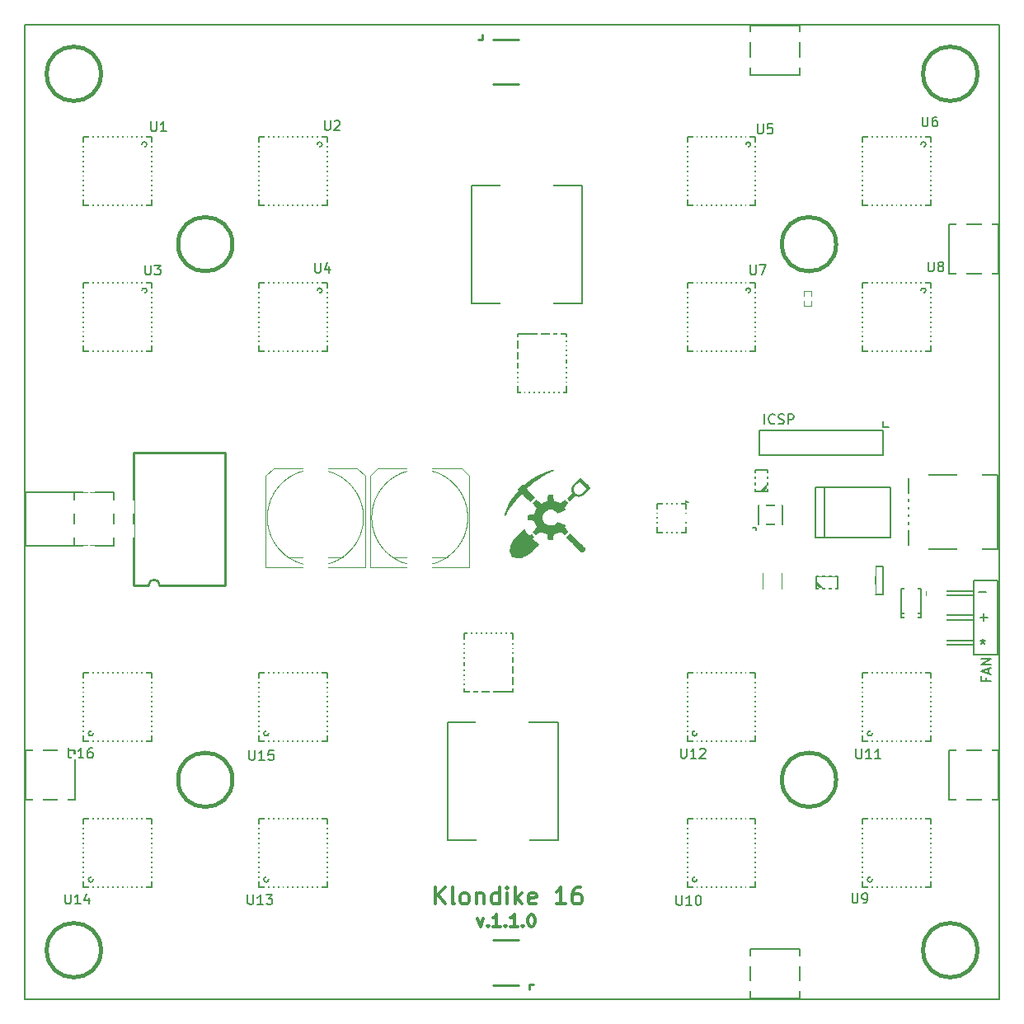
<source format=gto>
G04 (created by PCBNEW (2013-05-16 BZR 4016)-stable) date 12. 1. 2014 21:27:48*
%MOIN*%
G04 Gerber Fmt 3.4, Leading zero omitted, Abs format*
%FSLAX34Y34*%
G01*
G70*
G90*
G04 APERTURE LIST*
%ADD10C,0.00590551*%
%ADD11C,0.011811*%
%ADD12C,0.00787402*%
%ADD13C,0.005*%
%ADD14C,0.0001*%
%ADD15C,0.015*%
%ADD16C,0.008*%
%ADD17C,0.0028*%
%ADD18C,0.01*%
%ADD19C,0.000984252*%
%ADD20C,0.006*%
%ADD21C,0.004*%
%ADD22C,0.00984252*%
%ADD23R,0.0708X0.0629*%
%ADD24R,0.0354331X0.0314961*%
%ADD25R,0.0314961X0.0354331*%
%ADD26R,0.0118X0.0275*%
%ADD27R,0.0275X0.0118*%
%ADD28R,0.0122047X0.0417323*%
%ADD29R,0.122441X0.0515748*%
%ADD30R,0.0456693X0.104724*%
%ADD31R,0.0208661X0.0161417*%
%ADD32R,0.011811X0.0275*%
%ADD33R,0.0220472X0.0279528*%
%ADD34R,0.0259843X0.0169291*%
%ADD35R,0.0283465X0.0102362*%
%ADD36R,0.011811X0.0267717*%
%ADD37R,0.065748X0.0515748*%
%ADD38R,0.0167323X0.0326772*%
%ADD39R,0.0279528X0.0279528*%
%ADD40R,0.0220472X0.0220472*%
%ADD41R,0.0354331X0.0275591*%
%ADD42R,0.0275591X0.0354331*%
%ADD43C,0.19685*%
%ADD44R,0.0255906X0.0334646*%
%ADD45C,0.0354*%
%ADD46R,0.0885X0.0196*%
%ADD47R,0.0984X0.0787*%
%ADD48R,0.0259843X0.011811*%
%ADD49R,0.0157X0.059*%
%ADD50R,0.0393701X0.0393701*%
%ADD51R,0.0787402X0.05*%
%ADD52R,0.0236X0.0157*%
%ADD53C,0.11811*%
%ADD54R,0.125984X0.0393701*%
%ADD55R,0.0393701X0.125984*%
%ADD56R,0.0196X0.0118*%
%ADD57R,0.0118X0.0196*%
%ADD58R,0.212598X0.212598*%
%ADD59R,0.0118X0.0295*%
%ADD60R,0.0295X0.0118*%
%ADD61R,0.0708661X0.0708661*%
%ADD62R,0.0393701X0.0314961*%
%ADD63R,0.011811X0.0259843*%
%ADD64O,0.0826X0.0826*%
%ADD65R,0.019685X0.019685*%
%ADD66R,0.0255906X0.0393701*%
%ADD67R,0.0216535X0.0393701*%
%ADD68R,0.0551181X0.0393701*%
%ADD69R,0.0314961X0.0314961*%
%ADD70R,0.0551181X0.0511811*%
%ADD71R,0.0629921X0.0314961*%
%ADD72R,0.0314961X0.0393701*%
%ADD73R,0.0984252X0.15748*%
%ADD74R,0.0275591X0.019685*%
%ADD75R,0.019685X0.0275591*%
%ADD76R,0.023622X0.019685*%
%ADD77R,0.019685X0.023622*%
%ADD78R,0.220472X0.104331*%
%ADD79R,0.275591X0.0551181*%
%ADD80R,0.212598X0.114173*%
%ADD81R,0.0591X0.0276*%
%ADD82R,0.0591X0.0394*%
%ADD83R,0.0315X0.0787*%
G04 APERTURE END LIST*
G54D10*
G54D11*
X57072Y-57775D02*
X57189Y-58103D01*
X57306Y-57775D01*
X57494Y-58056D02*
X57517Y-58079D01*
X57494Y-58103D01*
X57470Y-58079D01*
X57494Y-58056D01*
X57494Y-58103D01*
X57986Y-58103D02*
X57705Y-58103D01*
X57845Y-58103D02*
X57845Y-57611D01*
X57798Y-57681D01*
X57751Y-57728D01*
X57705Y-57751D01*
X58197Y-58056D02*
X58220Y-58079D01*
X58197Y-58103D01*
X58173Y-58079D01*
X58197Y-58056D01*
X58197Y-58103D01*
X58689Y-58103D02*
X58408Y-58103D01*
X58548Y-58103D02*
X58548Y-57611D01*
X58501Y-57681D01*
X58454Y-57728D01*
X58408Y-57751D01*
X58900Y-58056D02*
X58923Y-58079D01*
X58900Y-58103D01*
X58876Y-58079D01*
X58900Y-58056D01*
X58900Y-58103D01*
X59228Y-57611D02*
X59275Y-57611D01*
X59322Y-57634D01*
X59345Y-57657D01*
X59368Y-57704D01*
X59392Y-57798D01*
X59392Y-57915D01*
X59368Y-58009D01*
X59345Y-58056D01*
X59322Y-58079D01*
X59275Y-58103D01*
X59228Y-58103D01*
X59181Y-58079D01*
X59157Y-58056D01*
X59134Y-58009D01*
X59111Y-57915D01*
X59111Y-57798D01*
X59134Y-57704D01*
X59157Y-57657D01*
X59181Y-57634D01*
X59228Y-57611D01*
G54D12*
X68336Y-41958D02*
X68336Y-42076D01*
X68198Y-41958D02*
X68336Y-41958D01*
X73464Y-37903D02*
X73464Y-37687D01*
X73474Y-37903D02*
X73710Y-37903D01*
X77620Y-48045D02*
X77620Y-48176D01*
X77826Y-48176D02*
X77432Y-48176D01*
X77432Y-47988D01*
X77714Y-47857D02*
X77714Y-47670D01*
X77826Y-47895D02*
X77432Y-47763D01*
X77826Y-47632D01*
X77826Y-47501D02*
X77432Y-47501D01*
X77826Y-47276D01*
X77432Y-47276D01*
X77500Y-46488D02*
X77500Y-46581D01*
X77406Y-46544D02*
X77500Y-46581D01*
X77593Y-46544D01*
X77443Y-46656D02*
X77500Y-46581D01*
X77556Y-46656D01*
X77330Y-44586D02*
X77630Y-44586D01*
X77389Y-45590D02*
X77689Y-45590D01*
X77539Y-45740D02*
X77539Y-45440D01*
X68670Y-37777D02*
X68670Y-37383D01*
X69083Y-37739D02*
X69064Y-37758D01*
X69008Y-37777D01*
X68970Y-37777D01*
X68914Y-37758D01*
X68877Y-37721D01*
X68858Y-37683D01*
X68839Y-37608D01*
X68839Y-37552D01*
X68858Y-37477D01*
X68877Y-37440D01*
X68914Y-37402D01*
X68970Y-37383D01*
X69008Y-37383D01*
X69064Y-37402D01*
X69083Y-37421D01*
X69233Y-37758D02*
X69289Y-37777D01*
X69383Y-37777D01*
X69420Y-37758D01*
X69439Y-37739D01*
X69458Y-37702D01*
X69458Y-37664D01*
X69439Y-37627D01*
X69420Y-37608D01*
X69383Y-37589D01*
X69308Y-37571D01*
X69270Y-37552D01*
X69251Y-37533D01*
X69233Y-37496D01*
X69233Y-37458D01*
X69251Y-37421D01*
X69270Y-37402D01*
X69308Y-37383D01*
X69401Y-37383D01*
X69458Y-37402D01*
X69626Y-37777D02*
X69626Y-37383D01*
X69776Y-37383D01*
X69814Y-37402D01*
X69833Y-37421D01*
X69851Y-37458D01*
X69851Y-37514D01*
X69833Y-37552D01*
X69814Y-37571D01*
X69776Y-37589D01*
X69626Y-37589D01*
X65511Y-40925D02*
X65590Y-40925D01*
X65511Y-40856D02*
X65511Y-40925D01*
X40526Y-50887D02*
X40526Y-51206D01*
X40545Y-51243D01*
X40563Y-51262D01*
X40601Y-51281D01*
X40676Y-51281D01*
X40713Y-51262D01*
X40732Y-51243D01*
X40751Y-51206D01*
X40751Y-50887D01*
X41145Y-51281D02*
X40920Y-51281D01*
X41032Y-51281D02*
X41032Y-50887D01*
X40995Y-50943D01*
X40957Y-50981D01*
X40920Y-51000D01*
X41482Y-50887D02*
X41407Y-50887D01*
X41369Y-50906D01*
X41351Y-50925D01*
X41313Y-50981D01*
X41294Y-51056D01*
X41294Y-51206D01*
X41313Y-51243D01*
X41332Y-51262D01*
X41369Y-51281D01*
X41444Y-51281D01*
X41482Y-51262D01*
X41501Y-51243D01*
X41519Y-51206D01*
X41519Y-51112D01*
X41501Y-51075D01*
X41482Y-51056D01*
X41444Y-51037D01*
X41369Y-51037D01*
X41332Y-51056D01*
X41313Y-51075D01*
X41294Y-51112D01*
X47839Y-50976D02*
X47839Y-51294D01*
X47858Y-51332D01*
X47876Y-51351D01*
X47914Y-51369D01*
X47989Y-51369D01*
X48026Y-51351D01*
X48045Y-51332D01*
X48064Y-51294D01*
X48064Y-50976D01*
X48458Y-51369D02*
X48233Y-51369D01*
X48345Y-51369D02*
X48345Y-50976D01*
X48308Y-51032D01*
X48270Y-51070D01*
X48233Y-51088D01*
X48814Y-50976D02*
X48626Y-50976D01*
X48607Y-51163D01*
X48626Y-51145D01*
X48664Y-51126D01*
X48757Y-51126D01*
X48795Y-51145D01*
X48814Y-51163D01*
X48832Y-51201D01*
X48832Y-51294D01*
X48814Y-51332D01*
X48795Y-51351D01*
X48757Y-51369D01*
X48664Y-51369D01*
X48626Y-51351D01*
X48607Y-51332D01*
X40398Y-56793D02*
X40398Y-57111D01*
X40417Y-57149D01*
X40435Y-57168D01*
X40473Y-57186D01*
X40548Y-57186D01*
X40585Y-57168D01*
X40604Y-57149D01*
X40623Y-57111D01*
X40623Y-56793D01*
X41017Y-57186D02*
X40792Y-57186D01*
X40904Y-57186D02*
X40904Y-56793D01*
X40867Y-56849D01*
X40829Y-56886D01*
X40792Y-56905D01*
X41354Y-56924D02*
X41354Y-57186D01*
X41260Y-56774D02*
X41167Y-57055D01*
X41410Y-57055D01*
X47780Y-56812D02*
X47780Y-57131D01*
X47799Y-57169D01*
X47817Y-57187D01*
X47855Y-57206D01*
X47930Y-57206D01*
X47967Y-57187D01*
X47986Y-57169D01*
X48005Y-57131D01*
X48005Y-56812D01*
X48398Y-57206D02*
X48173Y-57206D01*
X48286Y-57206D02*
X48286Y-56812D01*
X48248Y-56869D01*
X48211Y-56906D01*
X48173Y-56925D01*
X48530Y-56812D02*
X48773Y-56812D01*
X48642Y-56962D01*
X48698Y-56962D01*
X48736Y-56981D01*
X48755Y-57000D01*
X48773Y-57037D01*
X48773Y-57131D01*
X48755Y-57169D01*
X48736Y-57187D01*
X48698Y-57206D01*
X48586Y-57206D01*
X48548Y-57187D01*
X48530Y-57169D01*
X65290Y-50897D02*
X65290Y-51216D01*
X65308Y-51253D01*
X65327Y-51272D01*
X65365Y-51291D01*
X65440Y-51291D01*
X65477Y-51272D01*
X65496Y-51253D01*
X65515Y-51216D01*
X65515Y-50897D01*
X65908Y-51291D02*
X65683Y-51291D01*
X65796Y-51291D02*
X65796Y-50897D01*
X65758Y-50953D01*
X65721Y-50991D01*
X65683Y-51010D01*
X66058Y-50935D02*
X66077Y-50916D01*
X66115Y-50897D01*
X66208Y-50897D01*
X66246Y-50916D01*
X66264Y-50935D01*
X66283Y-50972D01*
X66283Y-51010D01*
X66264Y-51066D01*
X66040Y-51291D01*
X66283Y-51291D01*
X72376Y-50917D02*
X72376Y-51235D01*
X72395Y-51273D01*
X72414Y-51292D01*
X72451Y-51310D01*
X72526Y-51310D01*
X72564Y-51292D01*
X72582Y-51273D01*
X72601Y-51235D01*
X72601Y-50917D01*
X72995Y-51310D02*
X72770Y-51310D01*
X72882Y-51310D02*
X72882Y-50917D01*
X72845Y-50973D01*
X72807Y-51010D01*
X72770Y-51029D01*
X73370Y-51310D02*
X73145Y-51310D01*
X73257Y-51310D02*
X73257Y-50917D01*
X73220Y-50973D01*
X73182Y-51010D01*
X73145Y-51029D01*
X65112Y-56842D02*
X65112Y-57161D01*
X65131Y-57198D01*
X65150Y-57217D01*
X65187Y-57236D01*
X65262Y-57236D01*
X65300Y-57217D01*
X65319Y-57198D01*
X65337Y-57161D01*
X65337Y-56842D01*
X65731Y-57236D02*
X65506Y-57236D01*
X65619Y-57236D02*
X65619Y-56842D01*
X65581Y-56898D01*
X65544Y-56936D01*
X65506Y-56954D01*
X65975Y-56842D02*
X66012Y-56842D01*
X66050Y-56861D01*
X66069Y-56879D01*
X66087Y-56917D01*
X66106Y-56992D01*
X66106Y-57086D01*
X66087Y-57161D01*
X66069Y-57198D01*
X66050Y-57217D01*
X66012Y-57236D01*
X65975Y-57236D01*
X65937Y-57217D01*
X65919Y-57198D01*
X65900Y-57161D01*
X65881Y-57086D01*
X65881Y-56992D01*
X65900Y-56917D01*
X65919Y-56879D01*
X65937Y-56861D01*
X65975Y-56842D01*
X72219Y-56753D02*
X72219Y-57072D01*
X72238Y-57110D01*
X72257Y-57128D01*
X72294Y-57147D01*
X72369Y-57147D01*
X72407Y-57128D01*
X72425Y-57110D01*
X72444Y-57072D01*
X72444Y-56753D01*
X72650Y-57147D02*
X72725Y-57147D01*
X72763Y-57128D01*
X72782Y-57110D01*
X72819Y-57053D01*
X72838Y-56978D01*
X72838Y-56828D01*
X72819Y-56791D01*
X72800Y-56772D01*
X72763Y-56753D01*
X72688Y-56753D01*
X72650Y-56772D01*
X72632Y-56791D01*
X72613Y-56828D01*
X72613Y-56922D01*
X72632Y-56960D01*
X72650Y-56978D01*
X72688Y-56997D01*
X72763Y-56997D01*
X72800Y-56978D01*
X72819Y-56960D01*
X72838Y-56922D01*
X75290Y-31222D02*
X75290Y-31541D01*
X75309Y-31578D01*
X75328Y-31597D01*
X75365Y-31616D01*
X75440Y-31616D01*
X75478Y-31597D01*
X75496Y-31578D01*
X75515Y-31541D01*
X75515Y-31222D01*
X75759Y-31391D02*
X75721Y-31372D01*
X75703Y-31353D01*
X75684Y-31316D01*
X75684Y-31297D01*
X75703Y-31259D01*
X75721Y-31241D01*
X75759Y-31222D01*
X75834Y-31222D01*
X75871Y-31241D01*
X75890Y-31259D01*
X75909Y-31297D01*
X75909Y-31316D01*
X75890Y-31353D01*
X75871Y-31372D01*
X75834Y-31391D01*
X75759Y-31391D01*
X75721Y-31409D01*
X75703Y-31428D01*
X75684Y-31466D01*
X75684Y-31541D01*
X75703Y-31578D01*
X75721Y-31597D01*
X75759Y-31616D01*
X75834Y-31616D01*
X75871Y-31597D01*
X75890Y-31578D01*
X75909Y-31541D01*
X75909Y-31466D01*
X75890Y-31428D01*
X75871Y-31409D01*
X75834Y-31391D01*
X68105Y-31350D02*
X68105Y-31669D01*
X68124Y-31706D01*
X68143Y-31725D01*
X68180Y-31744D01*
X68255Y-31744D01*
X68293Y-31725D01*
X68311Y-31706D01*
X68330Y-31669D01*
X68330Y-31350D01*
X68480Y-31350D02*
X68742Y-31350D01*
X68574Y-31744D01*
X75054Y-25356D02*
X75054Y-25674D01*
X75073Y-25712D01*
X75091Y-25731D01*
X75129Y-25749D01*
X75204Y-25749D01*
X75241Y-25731D01*
X75260Y-25712D01*
X75279Y-25674D01*
X75279Y-25356D01*
X75635Y-25356D02*
X75560Y-25356D01*
X75523Y-25374D01*
X75504Y-25393D01*
X75466Y-25449D01*
X75448Y-25524D01*
X75448Y-25674D01*
X75466Y-25712D01*
X75485Y-25731D01*
X75523Y-25749D01*
X75598Y-25749D01*
X75635Y-25731D01*
X75654Y-25712D01*
X75673Y-25674D01*
X75673Y-25581D01*
X75654Y-25543D01*
X75635Y-25524D01*
X75598Y-25506D01*
X75523Y-25506D01*
X75485Y-25524D01*
X75466Y-25543D01*
X75448Y-25581D01*
X68390Y-25651D02*
X68390Y-25970D01*
X68409Y-26007D01*
X68428Y-26026D01*
X68465Y-26045D01*
X68540Y-26045D01*
X68578Y-26026D01*
X68597Y-26007D01*
X68615Y-25970D01*
X68615Y-25651D01*
X68990Y-25651D02*
X68803Y-25651D01*
X68784Y-25838D01*
X68803Y-25820D01*
X68840Y-25801D01*
X68934Y-25801D01*
X68972Y-25820D01*
X68990Y-25838D01*
X69009Y-25876D01*
X69009Y-25970D01*
X68990Y-26007D01*
X68972Y-26026D01*
X68934Y-26045D01*
X68840Y-26045D01*
X68803Y-26026D01*
X68784Y-26007D01*
X50497Y-31271D02*
X50497Y-31590D01*
X50516Y-31627D01*
X50534Y-31646D01*
X50572Y-31665D01*
X50647Y-31665D01*
X50684Y-31646D01*
X50703Y-31627D01*
X50722Y-31590D01*
X50722Y-31271D01*
X51078Y-31402D02*
X51078Y-31665D01*
X50984Y-31252D02*
X50890Y-31534D01*
X51134Y-31534D01*
X43637Y-31360D02*
X43637Y-31678D01*
X43655Y-31716D01*
X43674Y-31735D01*
X43712Y-31753D01*
X43787Y-31753D01*
X43824Y-31735D01*
X43843Y-31716D01*
X43862Y-31678D01*
X43862Y-31360D01*
X44011Y-31360D02*
X44255Y-31360D01*
X44124Y-31510D01*
X44180Y-31510D01*
X44218Y-31528D01*
X44236Y-31547D01*
X44255Y-31585D01*
X44255Y-31678D01*
X44236Y-31716D01*
X44218Y-31735D01*
X44180Y-31753D01*
X44068Y-31753D01*
X44030Y-31735D01*
X44011Y-31716D01*
X50890Y-25503D02*
X50890Y-25822D01*
X50909Y-25860D01*
X50928Y-25878D01*
X50965Y-25897D01*
X51040Y-25897D01*
X51078Y-25878D01*
X51097Y-25860D01*
X51115Y-25822D01*
X51115Y-25503D01*
X51284Y-25541D02*
X51303Y-25522D01*
X51340Y-25503D01*
X51434Y-25503D01*
X51472Y-25522D01*
X51490Y-25541D01*
X51509Y-25578D01*
X51509Y-25616D01*
X51490Y-25672D01*
X51265Y-25897D01*
X51509Y-25897D01*
X43873Y-25553D02*
X43873Y-25871D01*
X43892Y-25909D01*
X43910Y-25928D01*
X43948Y-25946D01*
X44023Y-25946D01*
X44060Y-25928D01*
X44079Y-25909D01*
X44098Y-25871D01*
X44098Y-25553D01*
X44491Y-25946D02*
X44266Y-25946D01*
X44379Y-25946D02*
X44379Y-25553D01*
X44341Y-25609D01*
X44304Y-25646D01*
X44266Y-25665D01*
G54D11*
X55359Y-57188D02*
X55359Y-56499D01*
X55752Y-57188D02*
X55457Y-56795D01*
X55752Y-56499D02*
X55359Y-56893D01*
X56146Y-57188D02*
X56080Y-57156D01*
X56048Y-57090D01*
X56048Y-56499D01*
X56507Y-57188D02*
X56441Y-57156D01*
X56408Y-57123D01*
X56376Y-57057D01*
X56376Y-56860D01*
X56408Y-56795D01*
X56441Y-56762D01*
X56507Y-56729D01*
X56605Y-56729D01*
X56671Y-56762D01*
X56704Y-56795D01*
X56736Y-56860D01*
X56736Y-57057D01*
X56704Y-57123D01*
X56671Y-57156D01*
X56605Y-57188D01*
X56507Y-57188D01*
X57032Y-56729D02*
X57032Y-57188D01*
X57032Y-56795D02*
X57065Y-56762D01*
X57130Y-56729D01*
X57229Y-56729D01*
X57294Y-56762D01*
X57327Y-56827D01*
X57327Y-57188D01*
X57950Y-57188D02*
X57950Y-56499D01*
X57950Y-57156D02*
X57885Y-57188D01*
X57754Y-57188D01*
X57688Y-57156D01*
X57655Y-57123D01*
X57622Y-57057D01*
X57622Y-56860D01*
X57655Y-56795D01*
X57688Y-56762D01*
X57754Y-56729D01*
X57885Y-56729D01*
X57950Y-56762D01*
X58278Y-57188D02*
X58278Y-56729D01*
X58278Y-56499D02*
X58246Y-56532D01*
X58278Y-56565D01*
X58311Y-56532D01*
X58278Y-56499D01*
X58278Y-56565D01*
X58607Y-57188D02*
X58607Y-56499D01*
X58672Y-56926D02*
X58869Y-57188D01*
X58869Y-56729D02*
X58607Y-56992D01*
X59427Y-57156D02*
X59361Y-57188D01*
X59230Y-57188D01*
X59164Y-57156D01*
X59132Y-57090D01*
X59132Y-56827D01*
X59164Y-56762D01*
X59230Y-56729D01*
X59361Y-56729D01*
X59427Y-56762D01*
X59460Y-56827D01*
X59460Y-56893D01*
X59132Y-56959D01*
X60641Y-57188D02*
X60247Y-57188D01*
X60444Y-57188D02*
X60444Y-56499D01*
X60378Y-56598D01*
X60313Y-56663D01*
X60247Y-56696D01*
X61231Y-56499D02*
X61100Y-56499D01*
X61034Y-56532D01*
X61002Y-56565D01*
X60936Y-56663D01*
X60903Y-56795D01*
X60903Y-57057D01*
X60936Y-57123D01*
X60969Y-57156D01*
X61034Y-57188D01*
X61166Y-57188D01*
X61231Y-57156D01*
X61264Y-57123D01*
X61297Y-57057D01*
X61297Y-56893D01*
X61264Y-56827D01*
X61231Y-56795D01*
X61166Y-56762D01*
X61034Y-56762D01*
X60969Y-56795D01*
X60936Y-56827D01*
X60903Y-56893D01*
G54D10*
X38779Y-61023D02*
X78149Y-61023D01*
X78149Y-61023D02*
X78149Y-21653D01*
X78149Y-21653D02*
X38779Y-21653D01*
X38779Y-21653D02*
X38779Y-61023D01*
G54D13*
X58512Y-48617D02*
X58512Y-46255D01*
X58512Y-46255D02*
X56544Y-46255D01*
X56544Y-46255D02*
X56544Y-48617D01*
X56544Y-48617D02*
X58512Y-48617D01*
G54D14*
G36*
X61233Y-39949D02*
X61241Y-39955D01*
X61258Y-39970D01*
X61283Y-39993D01*
X61314Y-40022D01*
X61350Y-40057D01*
X61389Y-40095D01*
X61397Y-40103D01*
X61189Y-40103D01*
X61088Y-40206D01*
X61045Y-40250D01*
X61013Y-40286D01*
X60989Y-40315D01*
X60973Y-40341D01*
X60963Y-40366D01*
X60958Y-40391D01*
X60956Y-40419D01*
X60955Y-40430D01*
X60962Y-40486D01*
X60983Y-40537D01*
X61016Y-40579D01*
X61062Y-40612D01*
X61075Y-40619D01*
X61114Y-40631D01*
X61160Y-40634D01*
X61206Y-40631D01*
X61246Y-40619D01*
X61260Y-40610D01*
X61282Y-40593D01*
X61309Y-40570D01*
X61340Y-40542D01*
X61372Y-40512D01*
X61404Y-40483D01*
X61432Y-40454D01*
X61455Y-40430D01*
X61472Y-40412D01*
X61478Y-40401D01*
X61478Y-40400D01*
X61473Y-40393D01*
X61458Y-40376D01*
X61436Y-40351D01*
X61406Y-40321D01*
X61371Y-40285D01*
X61334Y-40247D01*
X61189Y-40103D01*
X61397Y-40103D01*
X61430Y-40136D01*
X61471Y-40177D01*
X61510Y-40217D01*
X61547Y-40255D01*
X61580Y-40290D01*
X61607Y-40318D01*
X61627Y-40340D01*
X61638Y-40354D01*
X61640Y-40357D01*
X61635Y-40366D01*
X61620Y-40383D01*
X61597Y-40408D01*
X61567Y-40440D01*
X61532Y-40476D01*
X61493Y-40516D01*
X61488Y-40520D01*
X61442Y-40567D01*
X61404Y-40603D01*
X61374Y-40631D01*
X61350Y-40653D01*
X61330Y-40669D01*
X61312Y-40681D01*
X61295Y-40691D01*
X61282Y-40697D01*
X61254Y-40710D01*
X61231Y-40718D01*
X61208Y-40721D01*
X61178Y-40722D01*
X61159Y-40722D01*
X61118Y-40721D01*
X61088Y-40717D01*
X61063Y-40709D01*
X61055Y-40706D01*
X61021Y-40690D01*
X60911Y-40799D01*
X60801Y-40907D01*
X60742Y-40848D01*
X60682Y-40788D01*
X60791Y-40679D01*
X60828Y-40641D01*
X60856Y-40613D01*
X60875Y-40593D01*
X60887Y-40578D01*
X60893Y-40568D01*
X60894Y-40560D01*
X60892Y-40553D01*
X60890Y-40550D01*
X60871Y-40497D01*
X60865Y-40439D01*
X60870Y-40378D01*
X60889Y-40318D01*
X60897Y-40300D01*
X60907Y-40282D01*
X60918Y-40264D01*
X60932Y-40245D01*
X60951Y-40223D01*
X60976Y-40196D01*
X61008Y-40162D01*
X61049Y-40121D01*
X61073Y-40098D01*
X61112Y-40059D01*
X61149Y-40024D01*
X61180Y-39994D01*
X61206Y-39971D01*
X61224Y-39955D01*
X61232Y-39949D01*
X61233Y-39949D01*
X61233Y-39949D01*
X61233Y-39949D01*
G37*
G36*
X60818Y-42204D02*
X60825Y-42209D01*
X60841Y-42224D01*
X60866Y-42247D01*
X60897Y-42277D01*
X60935Y-42313D01*
X60977Y-42354D01*
X61011Y-42387D01*
X61062Y-42437D01*
X61117Y-42491D01*
X61173Y-42545D01*
X61226Y-42597D01*
X61274Y-42643D01*
X61314Y-42683D01*
X61323Y-42691D01*
X61364Y-42732D01*
X61396Y-42764D01*
X61419Y-42788D01*
X61434Y-42806D01*
X61443Y-42820D01*
X61447Y-42830D01*
X61448Y-42834D01*
X61445Y-42846D01*
X61437Y-42861D01*
X61421Y-42880D01*
X61395Y-42907D01*
X61379Y-42922D01*
X61352Y-42948D01*
X61327Y-42969D01*
X61308Y-42984D01*
X61297Y-42989D01*
X61296Y-42989D01*
X61286Y-42984D01*
X61267Y-42968D01*
X61239Y-42943D01*
X61205Y-42911D01*
X61166Y-42872D01*
X61132Y-42837D01*
X61089Y-42794D01*
X61041Y-42744D01*
X60988Y-42691D01*
X60935Y-42636D01*
X60882Y-42582D01*
X60856Y-42556D01*
X60660Y-42357D01*
X60736Y-42281D01*
X60764Y-42253D01*
X60788Y-42230D01*
X60806Y-42213D01*
X60817Y-42205D01*
X60818Y-42204D01*
X60818Y-42204D01*
X60818Y-42204D01*
G37*
G36*
X60115Y-40642D02*
X60132Y-40736D01*
X60141Y-40787D01*
X60148Y-40824D01*
X60154Y-40851D01*
X60160Y-40869D01*
X60168Y-40881D01*
X60178Y-40888D01*
X60191Y-40892D01*
X60209Y-40897D01*
X60214Y-40898D01*
X60245Y-40908D01*
X60283Y-40922D01*
X60322Y-40939D01*
X60340Y-40947D01*
X60414Y-40982D01*
X60511Y-40916D01*
X60545Y-40893D01*
X60574Y-40874D01*
X60597Y-40859D01*
X60611Y-40851D01*
X60614Y-40850D01*
X60622Y-40855D01*
X60638Y-40869D01*
X60660Y-40890D01*
X60681Y-40911D01*
X60742Y-40971D01*
X60672Y-41073D01*
X60602Y-41174D01*
X60625Y-41210D01*
X60636Y-41230D01*
X60642Y-41245D01*
X60642Y-41250D01*
X60633Y-41255D01*
X60613Y-41264D01*
X60582Y-41277D01*
X60543Y-41294D01*
X60498Y-41312D01*
X60473Y-41323D01*
X60310Y-41391D01*
X60266Y-41343D01*
X60212Y-41296D01*
X60153Y-41262D01*
X60089Y-41241D01*
X60023Y-41235D01*
X59957Y-41243D01*
X59892Y-41264D01*
X59847Y-41289D01*
X59795Y-41331D01*
X59754Y-41383D01*
X59724Y-41441D01*
X59707Y-41503D01*
X59702Y-41568D01*
X59709Y-41633D01*
X59730Y-41696D01*
X59765Y-41755D01*
X59765Y-41756D01*
X59810Y-41804D01*
X59863Y-41842D01*
X59923Y-41869D01*
X59987Y-41884D01*
X60052Y-41886D01*
X60099Y-41878D01*
X60149Y-41863D01*
X60190Y-41842D01*
X60229Y-41814D01*
X60261Y-41784D01*
X60282Y-41762D01*
X60300Y-41745D01*
X60311Y-41736D01*
X60312Y-41735D01*
X60321Y-41738D01*
X60341Y-41746D01*
X60371Y-41757D01*
X60407Y-41772D01*
X60447Y-41789D01*
X60490Y-41806D01*
X60531Y-41824D01*
X60569Y-41840D01*
X60602Y-41854D01*
X60626Y-41864D01*
X60639Y-41870D01*
X60641Y-41872D01*
X60640Y-41881D01*
X60633Y-41898D01*
X60625Y-41913D01*
X60602Y-41949D01*
X60671Y-42048D01*
X60739Y-42148D01*
X60675Y-42211D01*
X60611Y-42275D01*
X60514Y-42209D01*
X60480Y-42186D01*
X60450Y-42166D01*
X60427Y-42152D01*
X60413Y-42144D01*
X60410Y-42143D01*
X60399Y-42146D01*
X60379Y-42156D01*
X60360Y-42166D01*
X60335Y-42178D01*
X60301Y-42192D01*
X60263Y-42207D01*
X60239Y-42215D01*
X60204Y-42226D01*
X60181Y-42235D01*
X60167Y-42243D01*
X60159Y-42250D01*
X60156Y-42260D01*
X60154Y-42267D01*
X60151Y-42285D01*
X60145Y-42313D01*
X60139Y-42349D01*
X60132Y-42387D01*
X60115Y-42481D01*
X60025Y-42481D01*
X59934Y-42481D01*
X59912Y-42362D01*
X59905Y-42321D01*
X59898Y-42285D01*
X59892Y-42258D01*
X59887Y-42241D01*
X59886Y-42237D01*
X59877Y-42232D01*
X59857Y-42224D01*
X59830Y-42214D01*
X59816Y-42210D01*
X59778Y-42196D01*
X59738Y-42179D01*
X59705Y-42162D01*
X59701Y-42160D01*
X59651Y-42130D01*
X59544Y-42203D01*
X59438Y-42276D01*
X59374Y-42212D01*
X59310Y-42148D01*
X59383Y-42041D01*
X59456Y-41934D01*
X59430Y-41883D01*
X59398Y-41815D01*
X59375Y-41750D01*
X59370Y-41730D01*
X59362Y-41699D01*
X59268Y-41682D01*
X59228Y-41674D01*
X59189Y-41667D01*
X59157Y-41661D01*
X59137Y-41656D01*
X59100Y-41649D01*
X59102Y-41560D01*
X59105Y-41470D01*
X59231Y-41447D01*
X59357Y-41423D01*
X59381Y-41354D01*
X59395Y-41316D01*
X59412Y-41277D01*
X59427Y-41244D01*
X59431Y-41237D01*
X59445Y-41208D01*
X59451Y-41188D01*
X59450Y-41179D01*
X59444Y-41170D01*
X59430Y-41150D01*
X59412Y-41122D01*
X59389Y-41089D01*
X59377Y-41072D01*
X59310Y-40975D01*
X59374Y-40911D01*
X59439Y-40847D01*
X59543Y-40918D01*
X59648Y-40990D01*
X59715Y-40955D01*
X59750Y-40938D01*
X59787Y-40922D01*
X59819Y-40910D01*
X59828Y-40907D01*
X59854Y-40899D01*
X59874Y-40890D01*
X59883Y-40885D01*
X59887Y-40875D01*
X59893Y-40852D01*
X59901Y-40821D01*
X59909Y-40782D01*
X59913Y-40759D01*
X59934Y-40642D01*
X60025Y-40642D01*
X60115Y-40642D01*
X60115Y-40642D01*
X60115Y-40642D01*
G37*
G36*
X60181Y-39636D02*
X60194Y-39639D01*
X60195Y-39640D01*
X60193Y-39641D01*
X60181Y-39645D01*
X60158Y-39655D01*
X60126Y-39670D01*
X60087Y-39689D01*
X60043Y-39710D01*
X59996Y-39733D01*
X59949Y-39757D01*
X59905Y-39780D01*
X59865Y-39802D01*
X59831Y-39820D01*
X59819Y-39827D01*
X59685Y-39909D01*
X59548Y-40001D01*
X59410Y-40101D01*
X59277Y-40205D01*
X59151Y-40311D01*
X59109Y-40349D01*
X59059Y-40394D01*
X59082Y-40421D01*
X59093Y-40433D01*
X59113Y-40456D01*
X59141Y-40485D01*
X59174Y-40521D01*
X59210Y-40561D01*
X59250Y-40604D01*
X59395Y-40759D01*
X59308Y-40847D01*
X59220Y-40934D01*
X59197Y-40913D01*
X59183Y-40900D01*
X59161Y-40880D01*
X59132Y-40854D01*
X59100Y-40824D01*
X59078Y-40804D01*
X59039Y-40769D01*
X58999Y-40732D01*
X58961Y-40696D01*
X58929Y-40665D01*
X58919Y-40655D01*
X58857Y-40595D01*
X58771Y-40692D01*
X58627Y-40863D01*
X58497Y-41034D01*
X58380Y-41206D01*
X58273Y-41382D01*
X58256Y-41412D01*
X58237Y-41446D01*
X58222Y-41469D01*
X58210Y-41484D01*
X58198Y-41494D01*
X58184Y-41501D01*
X58175Y-41505D01*
X58155Y-41512D01*
X58141Y-41514D01*
X58139Y-41512D01*
X58141Y-41496D01*
X58147Y-41469D01*
X58155Y-41436D01*
X58165Y-41401D01*
X58176Y-41367D01*
X58182Y-41348D01*
X58253Y-41172D01*
X58339Y-41000D01*
X58439Y-40833D01*
X58552Y-40672D01*
X58668Y-40528D01*
X58717Y-40472D01*
X58700Y-40453D01*
X58683Y-40435D01*
X58699Y-40414D01*
X58713Y-40396D01*
X58735Y-40373D01*
X58761Y-40346D01*
X58790Y-40318D01*
X58819Y-40290D01*
X58846Y-40266D01*
X58868Y-40248D01*
X58884Y-40236D01*
X58889Y-40234D01*
X58906Y-40239D01*
X58917Y-40246D01*
X58923Y-40251D01*
X58931Y-40251D01*
X58942Y-40246D01*
X58959Y-40233D01*
X58984Y-40212D01*
X58994Y-40203D01*
X59129Y-40095D01*
X59269Y-39995D01*
X59415Y-39905D01*
X59564Y-39826D01*
X59714Y-39759D01*
X59864Y-39705D01*
X60012Y-39663D01*
X60059Y-39653D01*
X60098Y-39646D01*
X60134Y-39640D01*
X60163Y-39637D01*
X60180Y-39636D01*
X60181Y-39636D01*
X60181Y-39636D01*
X60181Y-39636D01*
G37*
G36*
X58947Y-42030D02*
X58957Y-42031D01*
X58969Y-42038D01*
X58984Y-42054D01*
X59003Y-42081D01*
X59018Y-42104D01*
X59042Y-42138D01*
X59069Y-42174D01*
X59097Y-42210D01*
X59123Y-42243D01*
X59145Y-42268D01*
X59160Y-42283D01*
X59168Y-42289D01*
X59176Y-42290D01*
X59187Y-42283D01*
X59203Y-42267D01*
X59212Y-42258D01*
X59250Y-42220D01*
X59310Y-42279D01*
X59370Y-42338D01*
X59331Y-42378D01*
X59292Y-42417D01*
X59335Y-42457D01*
X59361Y-42479D01*
X59394Y-42506D01*
X59429Y-42533D01*
X59441Y-42543D01*
X59482Y-42572D01*
X59511Y-42594D01*
X59531Y-42611D01*
X59544Y-42622D01*
X59551Y-42631D01*
X59554Y-42639D01*
X59555Y-42645D01*
X59550Y-42655D01*
X59537Y-42672D01*
X59514Y-42698D01*
X59481Y-42733D01*
X59438Y-42778D01*
X59384Y-42832D01*
X59380Y-42836D01*
X59334Y-42880D01*
X59290Y-42923D01*
X59249Y-42962D01*
X59212Y-42996D01*
X59182Y-43023D01*
X59160Y-43042D01*
X59155Y-43046D01*
X59061Y-43108D01*
X58968Y-43155D01*
X58872Y-43190D01*
X58772Y-43211D01*
X58738Y-43216D01*
X58680Y-43217D01*
X58618Y-43207D01*
X58557Y-43188D01*
X58503Y-43162D01*
X58467Y-43136D01*
X58441Y-43105D01*
X58416Y-43064D01*
X58395Y-43015D01*
X58381Y-42964D01*
X58376Y-42941D01*
X58373Y-42872D01*
X58381Y-42796D01*
X58400Y-42714D01*
X58430Y-42629D01*
X58442Y-42601D01*
X58462Y-42560D01*
X58485Y-42519D01*
X58513Y-42478D01*
X58547Y-42433D01*
X58588Y-42384D01*
X58638Y-42329D01*
X58697Y-42267D01*
X58740Y-42223D01*
X58784Y-42179D01*
X58824Y-42139D01*
X58861Y-42103D01*
X58891Y-42074D01*
X58915Y-42052D01*
X58930Y-42038D01*
X58935Y-42035D01*
X58947Y-42030D01*
X58947Y-42030D01*
X58947Y-42030D01*
G37*
G54D15*
X47159Y-30511D02*
G75*
G03X47159Y-30511I-1096J0D01*
G74*
G01*
G54D10*
X68425Y-41850D02*
X69409Y-41850D01*
X69409Y-41850D02*
X69409Y-41062D01*
X69409Y-41062D02*
X68425Y-41062D01*
X68425Y-41062D02*
X68425Y-41850D01*
G54D13*
X74488Y-42853D02*
X78109Y-42853D01*
X78109Y-42853D02*
X78109Y-39823D01*
X78109Y-39823D02*
X74488Y-39823D01*
X74488Y-39823D02*
X74488Y-42853D01*
X68798Y-40253D02*
X68538Y-40513D01*
X68798Y-40313D02*
X68603Y-40513D01*
X68288Y-39823D02*
X68181Y-39823D01*
X68288Y-40333D02*
X68181Y-40333D01*
X68798Y-40078D02*
X68905Y-40078D01*
X68798Y-39823D02*
X68905Y-39823D01*
X68798Y-40333D02*
X68905Y-40333D01*
X68288Y-40078D02*
X68181Y-40078D01*
X68288Y-40513D02*
X68288Y-39643D01*
X68288Y-39643D02*
X68798Y-39643D01*
X68798Y-39643D02*
X68798Y-40513D01*
X68798Y-40513D02*
X68288Y-40513D01*
G54D16*
X70767Y-42381D02*
X73759Y-42381D01*
X73759Y-42381D02*
X73759Y-40335D01*
X73759Y-40335D02*
X70767Y-40335D01*
G54D13*
X70728Y-42381D02*
X71112Y-42381D01*
X71112Y-42381D02*
X71112Y-40335D01*
X71112Y-40335D02*
X70728Y-40335D01*
X70728Y-40335D02*
X70728Y-42381D01*
X73476Y-38043D02*
X73476Y-39043D01*
X73476Y-39043D02*
X68472Y-39043D01*
X68472Y-39033D02*
X68472Y-38033D01*
X68472Y-38043D02*
X73476Y-38043D01*
G54D10*
X75265Y-46525D02*
X77135Y-46525D01*
X77135Y-46525D02*
X77125Y-46712D01*
X77125Y-46712D02*
X75255Y-46712D01*
X75255Y-46712D02*
X75255Y-46535D01*
X75255Y-45521D02*
X77135Y-45521D01*
X77125Y-45521D02*
X77125Y-45708D01*
X77125Y-45708D02*
X75255Y-45708D01*
X75255Y-45708D02*
X75255Y-45521D01*
X75236Y-44704D02*
X75236Y-44527D01*
X75236Y-44527D02*
X75246Y-44537D01*
X75236Y-44527D02*
X77135Y-44527D01*
X77135Y-44527D02*
X77135Y-44694D01*
X77135Y-44694D02*
X75236Y-44694D01*
X77125Y-44114D02*
X77125Y-47106D01*
X77125Y-47106D02*
X78110Y-47106D01*
X78110Y-47106D02*
X78110Y-44114D01*
X78110Y-44114D02*
X77125Y-44114D01*
G54D17*
X70553Y-32616D02*
X70553Y-32416D01*
X70553Y-32416D02*
X70253Y-32416D01*
X70253Y-32416D02*
X70253Y-32616D01*
X70553Y-32816D02*
X70553Y-33016D01*
X70553Y-33016D02*
X70253Y-33016D01*
X70253Y-33016D02*
X70253Y-32816D01*
G54D10*
X68094Y-23657D02*
X68094Y-21657D01*
X68094Y-21657D02*
X70094Y-21657D01*
X70094Y-21657D02*
X70094Y-23657D01*
X70094Y-23657D02*
X68094Y-23657D01*
X76145Y-29708D02*
X78145Y-29708D01*
X78145Y-29708D02*
X78145Y-31708D01*
X78145Y-31708D02*
X76145Y-31708D01*
X76145Y-31708D02*
X76145Y-29708D01*
X76145Y-50968D02*
X78145Y-50968D01*
X78145Y-50968D02*
X78145Y-52968D01*
X78145Y-52968D02*
X76145Y-52968D01*
X76145Y-52968D02*
X76145Y-50968D01*
X70094Y-59019D02*
X70094Y-61019D01*
X70094Y-61019D02*
X68094Y-61019D01*
X68094Y-61019D02*
X68094Y-59019D01*
X68094Y-59019D02*
X70094Y-59019D01*
G54D13*
X41142Y-28936D02*
X43896Y-28936D01*
X43896Y-28936D02*
X43896Y-26182D01*
X43896Y-26182D02*
X41142Y-26182D01*
X41142Y-26182D02*
X41142Y-28936D01*
X43699Y-26477D02*
G75*
G03X43699Y-26477I-98J0D01*
G74*
G01*
X41142Y-34841D02*
X43896Y-34841D01*
X43896Y-34841D02*
X43896Y-32087D01*
X43896Y-32087D02*
X41142Y-32087D01*
X41142Y-32087D02*
X41142Y-34841D01*
X43699Y-32382D02*
G75*
G03X43699Y-32382I-98J0D01*
G74*
G01*
X48229Y-34841D02*
X50983Y-34841D01*
X50983Y-34841D02*
X50983Y-32087D01*
X50983Y-32087D02*
X48229Y-32087D01*
X48229Y-32087D02*
X48229Y-34841D01*
X50786Y-32382D02*
G75*
G03X50786Y-32382I-98J0D01*
G74*
G01*
X48229Y-28936D02*
X50983Y-28936D01*
X50983Y-28936D02*
X50983Y-26182D01*
X50983Y-26182D02*
X48229Y-26182D01*
X48229Y-26182D02*
X48229Y-28936D01*
X50786Y-26477D02*
G75*
G03X50786Y-26477I-98J0D01*
G74*
G01*
X43896Y-47835D02*
X41142Y-47835D01*
X41142Y-47835D02*
X41142Y-50589D01*
X41142Y-50589D02*
X43896Y-50589D01*
X43896Y-50589D02*
X43896Y-47835D01*
X41535Y-50294D02*
G75*
G03X41535Y-50294I-98J0D01*
G74*
G01*
X43896Y-53741D02*
X41142Y-53741D01*
X41142Y-53741D02*
X41142Y-56495D01*
X41142Y-56495D02*
X43896Y-56495D01*
X43896Y-56495D02*
X43896Y-53741D01*
X41535Y-56200D02*
G75*
G03X41535Y-56200I-98J0D01*
G74*
G01*
X50983Y-53741D02*
X48229Y-53741D01*
X48229Y-53741D02*
X48229Y-56495D01*
X48229Y-56495D02*
X50983Y-56495D01*
X50983Y-56495D02*
X50983Y-53741D01*
X48622Y-56200D02*
G75*
G03X48622Y-56200I-98J0D01*
G74*
G01*
X50983Y-47835D02*
X48229Y-47835D01*
X48229Y-47835D02*
X48229Y-50589D01*
X48229Y-50589D02*
X50983Y-50589D01*
X50983Y-50589D02*
X50983Y-47835D01*
X48622Y-50294D02*
G75*
G03X48622Y-50294I-98J0D01*
G74*
G01*
X68306Y-47835D02*
X65552Y-47835D01*
X65552Y-47835D02*
X65552Y-50589D01*
X65552Y-50589D02*
X68306Y-50589D01*
X68306Y-50589D02*
X68306Y-47835D01*
X65945Y-50294D02*
G75*
G03X65945Y-50294I-98J0D01*
G74*
G01*
X68306Y-53741D02*
X65552Y-53741D01*
X65552Y-53741D02*
X65552Y-56495D01*
X65552Y-56495D02*
X68306Y-56495D01*
X68306Y-56495D02*
X68306Y-53741D01*
X65945Y-56200D02*
G75*
G03X65945Y-56200I-98J0D01*
G74*
G01*
X75392Y-53741D02*
X72638Y-53741D01*
X72638Y-53741D02*
X72638Y-56495D01*
X72638Y-56495D02*
X75392Y-56495D01*
X75392Y-56495D02*
X75392Y-53741D01*
X73031Y-56200D02*
G75*
G03X73031Y-56200I-98J0D01*
G74*
G01*
X75392Y-47835D02*
X72638Y-47835D01*
X72638Y-47835D02*
X72638Y-50589D01*
X72638Y-50589D02*
X75392Y-50589D01*
X75392Y-50589D02*
X75392Y-47835D01*
X73031Y-50294D02*
G75*
G03X73031Y-50294I-98J0D01*
G74*
G01*
X72638Y-34841D02*
X75392Y-34841D01*
X75392Y-34841D02*
X75392Y-32087D01*
X75392Y-32087D02*
X72638Y-32087D01*
X72638Y-32087D02*
X72638Y-34841D01*
X75195Y-32382D02*
G75*
G03X75195Y-32382I-98J0D01*
G74*
G01*
X72638Y-28936D02*
X75392Y-28936D01*
X75392Y-28936D02*
X75392Y-26182D01*
X75392Y-26182D02*
X72638Y-26182D01*
X72638Y-26182D02*
X72638Y-28936D01*
X75195Y-26477D02*
G75*
G03X75195Y-26477I-98J0D01*
G74*
G01*
X65552Y-28936D02*
X68306Y-28936D01*
X68306Y-28936D02*
X68306Y-26182D01*
X68306Y-26182D02*
X65552Y-26182D01*
X65552Y-26182D02*
X65552Y-28936D01*
X68109Y-26477D02*
G75*
G03X68109Y-26477I-98J0D01*
G74*
G01*
X65552Y-34841D02*
X68306Y-34841D01*
X68306Y-34841D02*
X68306Y-32087D01*
X68306Y-32087D02*
X65552Y-32087D01*
X65552Y-32087D02*
X65552Y-34841D01*
X68109Y-32382D02*
G75*
G03X68109Y-32382I-98J0D01*
G74*
G01*
X65509Y-40995D02*
X64329Y-40995D01*
X64329Y-40995D02*
X64329Y-42175D01*
X64329Y-42175D02*
X65509Y-42175D01*
X65509Y-42175D02*
X65509Y-40995D01*
G54D10*
X40783Y-52968D02*
X38783Y-52968D01*
X38783Y-52968D02*
X38783Y-50968D01*
X38783Y-50968D02*
X40783Y-50968D01*
X40783Y-50968D02*
X40783Y-52968D01*
G54D15*
X41844Y-23622D02*
G75*
G03X41844Y-23622I-1096J0D01*
G74*
G01*
X41844Y-59055D02*
G75*
G03X41844Y-59055I-1096J0D01*
G74*
G01*
X47159Y-52165D02*
G75*
G03X47159Y-52165I-1096J0D01*
G74*
G01*
X71569Y-52165D02*
G75*
G03X71569Y-52165I-1096J0D01*
G74*
G01*
X77277Y-59055D02*
G75*
G03X77277Y-59055I-1096J0D01*
G74*
G01*
X77277Y-23622D02*
G75*
G03X77277Y-23622I-1096J0D01*
G74*
G01*
X71569Y-30511D02*
G75*
G03X71569Y-30511I-1096J0D01*
G74*
G01*
G54D13*
X71025Y-44438D02*
X70765Y-44178D01*
X70965Y-44438D02*
X70765Y-44243D01*
X71455Y-43928D02*
X71455Y-43820D01*
X70945Y-43928D02*
X70945Y-43820D01*
X71200Y-44438D02*
X71200Y-44545D01*
X71455Y-44438D02*
X71455Y-44545D01*
X70945Y-44438D02*
X70945Y-44545D01*
X71200Y-43928D02*
X71200Y-43820D01*
X70765Y-43928D02*
X71635Y-43928D01*
X71635Y-43928D02*
X71635Y-44438D01*
X71635Y-44438D02*
X70765Y-44438D01*
X70765Y-44438D02*
X70765Y-43928D01*
G54D18*
X46849Y-38937D02*
X46849Y-44291D01*
X46849Y-44291D02*
X44212Y-44291D01*
X43779Y-44291D02*
X43149Y-44291D01*
X43149Y-44291D02*
X43149Y-38937D01*
X43149Y-38937D02*
X46849Y-38937D01*
X43780Y-44291D02*
G75*
G02X44212Y-44291I216J0D01*
G74*
G01*
G54D19*
X69370Y-43690D02*
X68582Y-43690D01*
X68582Y-43690D02*
X68582Y-44596D01*
X68582Y-44596D02*
X69370Y-44596D01*
X69370Y-44596D02*
X69370Y-43690D01*
G54D20*
X73166Y-44674D02*
X73166Y-43534D01*
X73166Y-43534D02*
X73466Y-43534D01*
X73466Y-43534D02*
X73466Y-44674D01*
X73466Y-44674D02*
X73166Y-44674D01*
G54D13*
X74990Y-45423D02*
X74202Y-45423D01*
X74990Y-45620D02*
X74990Y-44438D01*
X74990Y-44438D02*
X74202Y-44438D01*
X74202Y-44438D02*
X74202Y-45620D01*
X74202Y-45620D02*
X74990Y-45620D01*
G54D21*
X48823Y-39559D02*
X52207Y-39559D01*
X52522Y-43573D02*
X48508Y-43573D01*
X51480Y-39874D02*
G75*
G02X50180Y-43485I-965J-1691D01*
G74*
G01*
X50171Y-43573D02*
X48508Y-43573D01*
X48508Y-43573D02*
X48508Y-39874D01*
X48508Y-39874D02*
X48823Y-39559D01*
X52207Y-39559D02*
X52522Y-39874D01*
X52522Y-39874D02*
X52522Y-43573D01*
X52522Y-43573D02*
X50849Y-43573D01*
X49550Y-43258D02*
G75*
G02X50850Y-39648I965J1691D01*
G74*
G01*
X51627Y-43160D02*
X49413Y-43160D01*
X52463Y-41566D02*
G75*
G03X52463Y-41566I-1948J0D01*
G74*
G01*
X53044Y-39559D02*
X56428Y-39559D01*
X56743Y-43573D02*
X52729Y-43573D01*
X55701Y-39874D02*
G75*
G02X54401Y-43485I-965J-1691D01*
G74*
G01*
X54392Y-43573D02*
X52729Y-43573D01*
X52729Y-43573D02*
X52729Y-39874D01*
X52729Y-39874D02*
X53044Y-39559D01*
X56428Y-39559D02*
X56743Y-39874D01*
X56743Y-39874D02*
X56743Y-43573D01*
X56743Y-43573D02*
X55070Y-43573D01*
X53771Y-43258D02*
G75*
G02X55071Y-39648I965J1691D01*
G74*
G01*
X55848Y-43160D02*
X53634Y-43160D01*
X56684Y-41566D02*
G75*
G03X56684Y-41566I-1948J0D01*
G74*
G01*
G54D10*
X40777Y-40541D02*
X42352Y-40541D01*
X42352Y-40541D02*
X42352Y-42706D01*
X42352Y-42706D02*
X40777Y-42706D01*
X38809Y-42706D02*
X38809Y-40541D01*
X38809Y-40541D02*
X40777Y-40541D01*
X40777Y-40541D02*
X40777Y-42706D01*
X40777Y-42706D02*
X38809Y-42706D01*
G54D12*
X61302Y-28129D02*
X61302Y-32899D01*
X61302Y-32899D02*
X56817Y-32899D01*
X56817Y-32899D02*
X56817Y-28129D01*
X56817Y-28129D02*
X61302Y-28129D01*
G54D13*
X58686Y-34129D02*
X58686Y-36491D01*
X58686Y-36491D02*
X60654Y-36491D01*
X60654Y-36491D02*
X60654Y-34129D01*
X60654Y-34129D02*
X58686Y-34129D01*
G54D12*
X55848Y-54601D02*
X55848Y-49831D01*
X55848Y-49831D02*
X60333Y-49831D01*
X60333Y-49831D02*
X60333Y-54601D01*
X60333Y-54601D02*
X55848Y-54601D01*
G54D22*
X57276Y-22239D02*
X57084Y-22239D01*
X57277Y-22234D02*
X57277Y-22041D01*
X57698Y-22234D02*
X58722Y-22234D01*
X58722Y-24046D02*
X57698Y-24046D01*
X59154Y-60451D02*
X59346Y-60451D01*
X59153Y-60456D02*
X59153Y-60649D01*
X58732Y-60456D02*
X57708Y-60456D01*
X57708Y-58644D02*
X58732Y-58644D01*
%LPC*%
G54D23*
X61851Y-28202D03*
X61851Y-27100D03*
X62776Y-28202D03*
X62776Y-27100D03*
X56279Y-28208D03*
X56279Y-27106D03*
X55413Y-28208D03*
X55413Y-27106D03*
X54546Y-29965D03*
X54546Y-31067D03*
X53680Y-29965D03*
X53680Y-31067D03*
X63525Y-52610D03*
X63525Y-51508D03*
X62642Y-52607D03*
X62642Y-51505D03*
X55293Y-54522D03*
X55293Y-55624D03*
X54416Y-54521D03*
X54416Y-55623D03*
X60882Y-54515D03*
X60882Y-55617D03*
X61764Y-54517D03*
X61764Y-55619D03*
G54D24*
X59962Y-43996D03*
X59333Y-43996D03*
G54D25*
X54225Y-45260D03*
X54225Y-44631D03*
X59998Y-46531D03*
X59998Y-47160D03*
X55018Y-44641D03*
X55018Y-45270D03*
G54D24*
X54932Y-47236D03*
X54303Y-47236D03*
G54D25*
X54878Y-45921D03*
X54878Y-46550D03*
G54D26*
X58315Y-46274D03*
X58118Y-46274D03*
X57921Y-46274D03*
X57724Y-46274D03*
X57528Y-46274D03*
X57331Y-46274D03*
X57134Y-46274D03*
G54D27*
X56563Y-46560D03*
X56563Y-46756D03*
X56563Y-46953D03*
X58492Y-46560D03*
X58492Y-46756D03*
X58492Y-46953D03*
G54D28*
X56822Y-48000D03*
G54D29*
X57515Y-46804D03*
G54D30*
X58197Y-47954D03*
G54D31*
X58528Y-48399D03*
G54D32*
X56937Y-46274D03*
X56740Y-46274D03*
G54D33*
X57613Y-47602D03*
G54D27*
X58492Y-47150D03*
X56563Y-47151D03*
G54D34*
X57634Y-47146D03*
G54D35*
X58073Y-47231D03*
G54D27*
X56563Y-47341D03*
X56563Y-47636D03*
X56563Y-47831D03*
X56563Y-48026D03*
X56563Y-48221D03*
X56563Y-48421D03*
G54D36*
X56823Y-48591D03*
G54D37*
X57393Y-48141D03*
G54D38*
X57148Y-48561D03*
X57638Y-48561D03*
G54D39*
X57202Y-47603D03*
G54D35*
X57205Y-47238D03*
G54D40*
X56877Y-47414D03*
G54D31*
X58527Y-47954D03*
X58527Y-47510D03*
G54D41*
X60358Y-45871D03*
X60358Y-45280D03*
X55768Y-44650D03*
X55768Y-45241D03*
X59578Y-45280D03*
X59578Y-45871D03*
G54D42*
X55602Y-45956D03*
X56193Y-45956D03*
X56812Y-45276D03*
X57403Y-45276D03*
G54D41*
X55638Y-46660D03*
X55638Y-47251D03*
G54D42*
X57852Y-43996D03*
X58443Y-43996D03*
G54D41*
X54100Y-45938D03*
X54100Y-46529D03*
X58848Y-45301D03*
X58848Y-44710D03*
X58118Y-44710D03*
X58118Y-45301D03*
G54D23*
X55413Y-29960D03*
X55413Y-31062D03*
G54D24*
X59705Y-22550D03*
X60334Y-22550D03*
G54D43*
X46062Y-30511D03*
G54D44*
X69242Y-41151D03*
X68592Y-41151D03*
X69242Y-41761D03*
X68592Y-41761D03*
G54D23*
X56279Y-29960D03*
X56279Y-31062D03*
X61850Y-29980D03*
X61850Y-31082D03*
X62775Y-29980D03*
X62775Y-31082D03*
X60885Y-52607D03*
X60885Y-51505D03*
X61768Y-52610D03*
X61768Y-51508D03*
X55307Y-52659D03*
X55307Y-51557D03*
X54429Y-52657D03*
X54429Y-51555D03*
G54D45*
X75807Y-42204D03*
X75807Y-40472D03*
G54D46*
X74763Y-41338D03*
X74763Y-41652D03*
X74763Y-41967D03*
X74763Y-41024D03*
X74763Y-40709D03*
G54D47*
X74803Y-43089D03*
X74803Y-39587D03*
X76948Y-43089D03*
X76948Y-39587D03*
G54D48*
X68905Y-40334D03*
X68181Y-40078D03*
X68905Y-39822D03*
X68905Y-40078D03*
X68181Y-39822D03*
X68181Y-40334D03*
G54D49*
X71112Y-42785D03*
X71368Y-42785D03*
X71624Y-42785D03*
X71880Y-42785D03*
X72136Y-42785D03*
X72390Y-42785D03*
X72646Y-42785D03*
X72902Y-42785D03*
X73158Y-42785D03*
X73414Y-42785D03*
X73414Y-39931D03*
X73158Y-39931D03*
X72902Y-39931D03*
X72646Y-39931D03*
X72390Y-39931D03*
X72136Y-39931D03*
X71880Y-39931D03*
X71624Y-39931D03*
X71368Y-39931D03*
X71112Y-39931D03*
G54D50*
X71976Y-38543D03*
X70976Y-38543D03*
X69976Y-38543D03*
X72976Y-38543D03*
X68976Y-38543D03*
G54D51*
X75629Y-45610D03*
X75629Y-46614D03*
X75629Y-44606D03*
G54D52*
X70403Y-32539D03*
X70403Y-32893D03*
G54D53*
X72637Y-25196D03*
X75393Y-57480D03*
X43651Y-58100D03*
X52362Y-24212D03*
X40206Y-36082D03*
X64566Y-36417D03*
X51968Y-46653D03*
X64960Y-46653D03*
G54D54*
X68051Y-23159D03*
X68051Y-22155D03*
X70137Y-22155D03*
X70137Y-23159D03*
G54D55*
X76643Y-29665D03*
X77647Y-29665D03*
X77647Y-31751D03*
X76643Y-31751D03*
X76643Y-50925D03*
X77647Y-50925D03*
X77647Y-53011D03*
X76643Y-53011D03*
G54D54*
X70137Y-59517D03*
X70137Y-60521D03*
X68051Y-60521D03*
X68051Y-59517D03*
G54D56*
X43896Y-26477D03*
X43896Y-26674D03*
X43896Y-26871D03*
X43896Y-27067D03*
X43896Y-27264D03*
X43896Y-27461D03*
X43896Y-27657D03*
X43896Y-27854D03*
X43896Y-28051D03*
X43896Y-28247D03*
X43896Y-28444D03*
X43896Y-28641D03*
G54D57*
X43601Y-28936D03*
X43404Y-28936D03*
X43207Y-28936D03*
X43011Y-28936D03*
X42814Y-28936D03*
X42617Y-28936D03*
X42421Y-28936D03*
X42224Y-28936D03*
X42027Y-28936D03*
X41831Y-28936D03*
X41634Y-28936D03*
X41437Y-28936D03*
G54D56*
X41142Y-28641D03*
X41142Y-28444D03*
X41142Y-28247D03*
X41142Y-28051D03*
X41142Y-27854D03*
X41142Y-27657D03*
X41142Y-27461D03*
X41142Y-27264D03*
X41142Y-27067D03*
X41142Y-26871D03*
X41142Y-26674D03*
X41142Y-26477D03*
G54D57*
X41437Y-26182D03*
X41634Y-26182D03*
X41831Y-26182D03*
X42027Y-26182D03*
X42224Y-26182D03*
X42421Y-26182D03*
X42617Y-26182D03*
X42814Y-26182D03*
X43011Y-26182D03*
X43207Y-26182D03*
X43404Y-26182D03*
X43601Y-26182D03*
G54D58*
X42519Y-27559D03*
G54D56*
X43896Y-32382D03*
X43896Y-32579D03*
X43896Y-32776D03*
X43896Y-32972D03*
X43896Y-33169D03*
X43896Y-33366D03*
X43896Y-33562D03*
X43896Y-33759D03*
X43896Y-33956D03*
X43896Y-34152D03*
X43896Y-34349D03*
X43896Y-34546D03*
G54D57*
X43601Y-34841D03*
X43404Y-34841D03*
X43207Y-34841D03*
X43011Y-34841D03*
X42814Y-34841D03*
X42617Y-34841D03*
X42421Y-34841D03*
X42224Y-34841D03*
X42027Y-34841D03*
X41831Y-34841D03*
X41634Y-34841D03*
X41437Y-34841D03*
G54D56*
X41142Y-34546D03*
X41142Y-34349D03*
X41142Y-34152D03*
X41142Y-33956D03*
X41142Y-33759D03*
X41142Y-33562D03*
X41142Y-33366D03*
X41142Y-33169D03*
X41142Y-32972D03*
X41142Y-32776D03*
X41142Y-32579D03*
X41142Y-32382D03*
G54D57*
X41437Y-32087D03*
X41634Y-32087D03*
X41831Y-32087D03*
X42027Y-32087D03*
X42224Y-32087D03*
X42421Y-32087D03*
X42617Y-32087D03*
X42814Y-32087D03*
X43011Y-32087D03*
X43207Y-32087D03*
X43404Y-32087D03*
X43601Y-32087D03*
G54D58*
X42519Y-33464D03*
G54D56*
X50983Y-32382D03*
X50983Y-32579D03*
X50983Y-32776D03*
X50983Y-32972D03*
X50983Y-33169D03*
X50983Y-33366D03*
X50983Y-33562D03*
X50983Y-33759D03*
X50983Y-33956D03*
X50983Y-34152D03*
X50983Y-34349D03*
X50983Y-34546D03*
G54D57*
X50688Y-34841D03*
X50491Y-34841D03*
X50294Y-34841D03*
X50098Y-34841D03*
X49901Y-34841D03*
X49704Y-34841D03*
X49508Y-34841D03*
X49311Y-34841D03*
X49114Y-34841D03*
X48918Y-34841D03*
X48721Y-34841D03*
X48524Y-34841D03*
G54D56*
X48229Y-34546D03*
X48229Y-34349D03*
X48229Y-34152D03*
X48229Y-33956D03*
X48229Y-33759D03*
X48229Y-33562D03*
X48229Y-33366D03*
X48229Y-33169D03*
X48229Y-32972D03*
X48229Y-32776D03*
X48229Y-32579D03*
X48229Y-32382D03*
G54D57*
X48524Y-32087D03*
X48721Y-32087D03*
X48918Y-32087D03*
X49114Y-32087D03*
X49311Y-32087D03*
X49508Y-32087D03*
X49704Y-32087D03*
X49901Y-32087D03*
X50098Y-32087D03*
X50294Y-32087D03*
X50491Y-32087D03*
X50688Y-32087D03*
G54D58*
X49606Y-33464D03*
G54D56*
X50983Y-26477D03*
X50983Y-26674D03*
X50983Y-26871D03*
X50983Y-27067D03*
X50983Y-27264D03*
X50983Y-27461D03*
X50983Y-27657D03*
X50983Y-27854D03*
X50983Y-28051D03*
X50983Y-28247D03*
X50983Y-28444D03*
X50983Y-28641D03*
G54D57*
X50688Y-28936D03*
X50491Y-28936D03*
X50294Y-28936D03*
X50098Y-28936D03*
X49901Y-28936D03*
X49704Y-28936D03*
X49508Y-28936D03*
X49311Y-28936D03*
X49114Y-28936D03*
X48918Y-28936D03*
X48721Y-28936D03*
X48524Y-28936D03*
G54D56*
X48229Y-28641D03*
X48229Y-28444D03*
X48229Y-28247D03*
X48229Y-28051D03*
X48229Y-27854D03*
X48229Y-27657D03*
X48229Y-27461D03*
X48229Y-27264D03*
X48229Y-27067D03*
X48229Y-26871D03*
X48229Y-26674D03*
X48229Y-26477D03*
G54D57*
X48524Y-26182D03*
X48721Y-26182D03*
X48918Y-26182D03*
X49114Y-26182D03*
X49311Y-26182D03*
X49508Y-26182D03*
X49704Y-26182D03*
X49901Y-26182D03*
X50098Y-26182D03*
X50294Y-26182D03*
X50491Y-26182D03*
X50688Y-26182D03*
G54D58*
X49606Y-27559D03*
G54D56*
X41142Y-50294D03*
X41142Y-50097D03*
X41142Y-49900D03*
X41142Y-49704D03*
X41142Y-49507D03*
X41142Y-49310D03*
X41142Y-49114D03*
X41142Y-48917D03*
X41142Y-48720D03*
X41142Y-48524D03*
X41142Y-48327D03*
X41142Y-48130D03*
G54D57*
X41437Y-47835D03*
X41634Y-47835D03*
X41831Y-47835D03*
X42027Y-47835D03*
X42224Y-47835D03*
X42421Y-47835D03*
X42617Y-47835D03*
X42814Y-47835D03*
X43011Y-47835D03*
X43207Y-47835D03*
X43404Y-47835D03*
X43601Y-47835D03*
G54D56*
X43896Y-48130D03*
X43896Y-48327D03*
X43896Y-48524D03*
X43896Y-48720D03*
X43896Y-48917D03*
X43896Y-49114D03*
X43896Y-49310D03*
X43896Y-49507D03*
X43896Y-49704D03*
X43896Y-49900D03*
X43896Y-50097D03*
X43896Y-50294D03*
G54D57*
X43601Y-50589D03*
X43404Y-50589D03*
X43207Y-50589D03*
X43011Y-50589D03*
X42814Y-50589D03*
X42617Y-50589D03*
X42421Y-50589D03*
X42224Y-50589D03*
X42027Y-50589D03*
X41831Y-50589D03*
X41634Y-50589D03*
X41437Y-50589D03*
G54D58*
X42519Y-49212D03*
G54D56*
X41142Y-56200D03*
X41142Y-56003D03*
X41142Y-55806D03*
X41142Y-55610D03*
X41142Y-55413D03*
X41142Y-55216D03*
X41142Y-55020D03*
X41142Y-54823D03*
X41142Y-54626D03*
X41142Y-54430D03*
X41142Y-54233D03*
X41142Y-54036D03*
G54D57*
X41437Y-53741D03*
X41634Y-53741D03*
X41831Y-53741D03*
X42027Y-53741D03*
X42224Y-53741D03*
X42421Y-53741D03*
X42617Y-53741D03*
X42814Y-53741D03*
X43011Y-53741D03*
X43207Y-53741D03*
X43404Y-53741D03*
X43601Y-53741D03*
G54D56*
X43896Y-54036D03*
X43896Y-54233D03*
X43896Y-54430D03*
X43896Y-54626D03*
X43896Y-54823D03*
X43896Y-55020D03*
X43896Y-55216D03*
X43896Y-55413D03*
X43896Y-55610D03*
X43896Y-55806D03*
X43896Y-56003D03*
X43896Y-56200D03*
G54D57*
X43601Y-56495D03*
X43404Y-56495D03*
X43207Y-56495D03*
X43011Y-56495D03*
X42814Y-56495D03*
X42617Y-56495D03*
X42421Y-56495D03*
X42224Y-56495D03*
X42027Y-56495D03*
X41831Y-56495D03*
X41634Y-56495D03*
X41437Y-56495D03*
G54D58*
X42519Y-55118D03*
G54D56*
X48229Y-56200D03*
X48229Y-56003D03*
X48229Y-55806D03*
X48229Y-55610D03*
X48229Y-55413D03*
X48229Y-55216D03*
X48229Y-55020D03*
X48229Y-54823D03*
X48229Y-54626D03*
X48229Y-54430D03*
X48229Y-54233D03*
X48229Y-54036D03*
G54D57*
X48524Y-53741D03*
X48721Y-53741D03*
X48918Y-53741D03*
X49114Y-53741D03*
X49311Y-53741D03*
X49508Y-53741D03*
X49704Y-53741D03*
X49901Y-53741D03*
X50098Y-53741D03*
X50294Y-53741D03*
X50491Y-53741D03*
X50688Y-53741D03*
G54D56*
X50983Y-54036D03*
X50983Y-54233D03*
X50983Y-54430D03*
X50983Y-54626D03*
X50983Y-54823D03*
X50983Y-55020D03*
X50983Y-55216D03*
X50983Y-55413D03*
X50983Y-55610D03*
X50983Y-55806D03*
X50983Y-56003D03*
X50983Y-56200D03*
G54D57*
X50688Y-56495D03*
X50491Y-56495D03*
X50294Y-56495D03*
X50098Y-56495D03*
X49901Y-56495D03*
X49704Y-56495D03*
X49508Y-56495D03*
X49311Y-56495D03*
X49114Y-56495D03*
X48918Y-56495D03*
X48721Y-56495D03*
X48524Y-56495D03*
G54D58*
X49606Y-55118D03*
G54D56*
X48229Y-50294D03*
X48229Y-50097D03*
X48229Y-49900D03*
X48229Y-49704D03*
X48229Y-49507D03*
X48229Y-49310D03*
X48229Y-49114D03*
X48229Y-48917D03*
X48229Y-48720D03*
X48229Y-48524D03*
X48229Y-48327D03*
X48229Y-48130D03*
G54D57*
X48524Y-47835D03*
X48721Y-47835D03*
X48918Y-47835D03*
X49114Y-47835D03*
X49311Y-47835D03*
X49508Y-47835D03*
X49704Y-47835D03*
X49901Y-47835D03*
X50098Y-47835D03*
X50294Y-47835D03*
X50491Y-47835D03*
X50688Y-47835D03*
G54D56*
X50983Y-48130D03*
X50983Y-48327D03*
X50983Y-48524D03*
X50983Y-48720D03*
X50983Y-48917D03*
X50983Y-49114D03*
X50983Y-49310D03*
X50983Y-49507D03*
X50983Y-49704D03*
X50983Y-49900D03*
X50983Y-50097D03*
X50983Y-50294D03*
G54D57*
X50688Y-50589D03*
X50491Y-50589D03*
X50294Y-50589D03*
X50098Y-50589D03*
X49901Y-50589D03*
X49704Y-50589D03*
X49508Y-50589D03*
X49311Y-50589D03*
X49114Y-50589D03*
X48918Y-50589D03*
X48721Y-50589D03*
X48524Y-50589D03*
G54D58*
X49606Y-49212D03*
G54D56*
X65552Y-50294D03*
X65552Y-50097D03*
X65552Y-49900D03*
X65552Y-49704D03*
X65552Y-49507D03*
X65552Y-49310D03*
X65552Y-49114D03*
X65552Y-48917D03*
X65552Y-48720D03*
X65552Y-48524D03*
X65552Y-48327D03*
X65552Y-48130D03*
G54D57*
X65847Y-47835D03*
X66044Y-47835D03*
X66241Y-47835D03*
X66437Y-47835D03*
X66634Y-47835D03*
X66831Y-47835D03*
X67027Y-47835D03*
X67224Y-47835D03*
X67421Y-47835D03*
X67617Y-47835D03*
X67814Y-47835D03*
X68011Y-47835D03*
G54D56*
X68306Y-48130D03*
X68306Y-48327D03*
X68306Y-48524D03*
X68306Y-48720D03*
X68306Y-48917D03*
X68306Y-49114D03*
X68306Y-49310D03*
X68306Y-49507D03*
X68306Y-49704D03*
X68306Y-49900D03*
X68306Y-50097D03*
X68306Y-50294D03*
G54D57*
X68011Y-50589D03*
X67814Y-50589D03*
X67617Y-50589D03*
X67421Y-50589D03*
X67224Y-50589D03*
X67027Y-50589D03*
X66831Y-50589D03*
X66634Y-50589D03*
X66437Y-50589D03*
X66241Y-50589D03*
X66044Y-50589D03*
X65847Y-50589D03*
G54D58*
X66929Y-49212D03*
G54D56*
X65552Y-56200D03*
X65552Y-56003D03*
X65552Y-55806D03*
X65552Y-55610D03*
X65552Y-55413D03*
X65552Y-55216D03*
X65552Y-55020D03*
X65552Y-54823D03*
X65552Y-54626D03*
X65552Y-54430D03*
X65552Y-54233D03*
X65552Y-54036D03*
G54D57*
X65847Y-53741D03*
X66044Y-53741D03*
X66241Y-53741D03*
X66437Y-53741D03*
X66634Y-53741D03*
X66831Y-53741D03*
X67027Y-53741D03*
X67224Y-53741D03*
X67421Y-53741D03*
X67617Y-53741D03*
X67814Y-53741D03*
X68011Y-53741D03*
G54D56*
X68306Y-54036D03*
X68306Y-54233D03*
X68306Y-54430D03*
X68306Y-54626D03*
X68306Y-54823D03*
X68306Y-55020D03*
X68306Y-55216D03*
X68306Y-55413D03*
X68306Y-55610D03*
X68306Y-55806D03*
X68306Y-56003D03*
X68306Y-56200D03*
G54D57*
X68011Y-56495D03*
X67814Y-56495D03*
X67617Y-56495D03*
X67421Y-56495D03*
X67224Y-56495D03*
X67027Y-56495D03*
X66831Y-56495D03*
X66634Y-56495D03*
X66437Y-56495D03*
X66241Y-56495D03*
X66044Y-56495D03*
X65847Y-56495D03*
G54D58*
X66929Y-55118D03*
G54D56*
X72638Y-56200D03*
X72638Y-56003D03*
X72638Y-55806D03*
X72638Y-55610D03*
X72638Y-55413D03*
X72638Y-55216D03*
X72638Y-55020D03*
X72638Y-54823D03*
X72638Y-54626D03*
X72638Y-54430D03*
X72638Y-54233D03*
X72638Y-54036D03*
G54D57*
X72933Y-53741D03*
X73130Y-53741D03*
X73327Y-53741D03*
X73523Y-53741D03*
X73720Y-53741D03*
X73917Y-53741D03*
X74113Y-53741D03*
X74310Y-53741D03*
X74507Y-53741D03*
X74703Y-53741D03*
X74900Y-53741D03*
X75097Y-53741D03*
G54D56*
X75392Y-54036D03*
X75392Y-54233D03*
X75392Y-54430D03*
X75392Y-54626D03*
X75392Y-54823D03*
X75392Y-55020D03*
X75392Y-55216D03*
X75392Y-55413D03*
X75392Y-55610D03*
X75392Y-55806D03*
X75392Y-56003D03*
X75392Y-56200D03*
G54D57*
X75097Y-56495D03*
X74900Y-56495D03*
X74703Y-56495D03*
X74507Y-56495D03*
X74310Y-56495D03*
X74113Y-56495D03*
X73917Y-56495D03*
X73720Y-56495D03*
X73523Y-56495D03*
X73327Y-56495D03*
X73130Y-56495D03*
X72933Y-56495D03*
G54D58*
X74015Y-55118D03*
G54D56*
X72638Y-50294D03*
X72638Y-50097D03*
X72638Y-49900D03*
X72638Y-49704D03*
X72638Y-49507D03*
X72638Y-49310D03*
X72638Y-49114D03*
X72638Y-48917D03*
X72638Y-48720D03*
X72638Y-48524D03*
X72638Y-48327D03*
X72638Y-48130D03*
G54D57*
X72933Y-47835D03*
X73130Y-47835D03*
X73327Y-47835D03*
X73523Y-47835D03*
X73720Y-47835D03*
X73917Y-47835D03*
X74113Y-47835D03*
X74310Y-47835D03*
X74507Y-47835D03*
X74703Y-47835D03*
X74900Y-47835D03*
X75097Y-47835D03*
G54D56*
X75392Y-48130D03*
X75392Y-48327D03*
X75392Y-48524D03*
X75392Y-48720D03*
X75392Y-48917D03*
X75392Y-49114D03*
X75392Y-49310D03*
X75392Y-49507D03*
X75392Y-49704D03*
X75392Y-49900D03*
X75392Y-50097D03*
X75392Y-50294D03*
G54D57*
X75097Y-50589D03*
X74900Y-50589D03*
X74703Y-50589D03*
X74507Y-50589D03*
X74310Y-50589D03*
X74113Y-50589D03*
X73917Y-50589D03*
X73720Y-50589D03*
X73523Y-50589D03*
X73327Y-50589D03*
X73130Y-50589D03*
X72933Y-50589D03*
G54D58*
X74015Y-49212D03*
G54D56*
X75392Y-32382D03*
X75392Y-32579D03*
X75392Y-32776D03*
X75392Y-32972D03*
X75392Y-33169D03*
X75392Y-33366D03*
X75392Y-33562D03*
X75392Y-33759D03*
X75392Y-33956D03*
X75392Y-34152D03*
X75392Y-34349D03*
X75392Y-34546D03*
G54D57*
X75097Y-34841D03*
X74900Y-34841D03*
X74703Y-34841D03*
X74507Y-34841D03*
X74310Y-34841D03*
X74113Y-34841D03*
X73917Y-34841D03*
X73720Y-34841D03*
X73523Y-34841D03*
X73327Y-34841D03*
X73130Y-34841D03*
X72933Y-34841D03*
G54D56*
X72638Y-34546D03*
X72638Y-34349D03*
X72638Y-34152D03*
X72638Y-33956D03*
X72638Y-33759D03*
X72638Y-33562D03*
X72638Y-33366D03*
X72638Y-33169D03*
X72638Y-32972D03*
X72638Y-32776D03*
X72638Y-32579D03*
X72638Y-32382D03*
G54D57*
X72933Y-32087D03*
X73130Y-32087D03*
X73327Y-32087D03*
X73523Y-32087D03*
X73720Y-32087D03*
X73917Y-32087D03*
X74113Y-32087D03*
X74310Y-32087D03*
X74507Y-32087D03*
X74703Y-32087D03*
X74900Y-32087D03*
X75097Y-32087D03*
G54D58*
X74015Y-33464D03*
G54D56*
X75392Y-26477D03*
X75392Y-26674D03*
X75392Y-26871D03*
X75392Y-27067D03*
X75392Y-27264D03*
X75392Y-27461D03*
X75392Y-27657D03*
X75392Y-27854D03*
X75392Y-28051D03*
X75392Y-28247D03*
X75392Y-28444D03*
X75392Y-28641D03*
G54D57*
X75097Y-28936D03*
X74900Y-28936D03*
X74703Y-28936D03*
X74507Y-28936D03*
X74310Y-28936D03*
X74113Y-28936D03*
X73917Y-28936D03*
X73720Y-28936D03*
X73523Y-28936D03*
X73327Y-28936D03*
X73130Y-28936D03*
X72933Y-28936D03*
G54D56*
X72638Y-28641D03*
X72638Y-28444D03*
X72638Y-28247D03*
X72638Y-28051D03*
X72638Y-27854D03*
X72638Y-27657D03*
X72638Y-27461D03*
X72638Y-27264D03*
X72638Y-27067D03*
X72638Y-26871D03*
X72638Y-26674D03*
X72638Y-26477D03*
G54D57*
X72933Y-26182D03*
X73130Y-26182D03*
X73327Y-26182D03*
X73523Y-26182D03*
X73720Y-26182D03*
X73917Y-26182D03*
X74113Y-26182D03*
X74310Y-26182D03*
X74507Y-26182D03*
X74703Y-26182D03*
X74900Y-26182D03*
X75097Y-26182D03*
G54D58*
X74015Y-27559D03*
G54D56*
X68306Y-26477D03*
X68306Y-26674D03*
X68306Y-26871D03*
X68306Y-27067D03*
X68306Y-27264D03*
X68306Y-27461D03*
X68306Y-27657D03*
X68306Y-27854D03*
X68306Y-28051D03*
X68306Y-28247D03*
X68306Y-28444D03*
X68306Y-28641D03*
G54D57*
X68011Y-28936D03*
X67814Y-28936D03*
X67617Y-28936D03*
X67421Y-28936D03*
X67224Y-28936D03*
X67027Y-28936D03*
X66831Y-28936D03*
X66634Y-28936D03*
X66437Y-28936D03*
X66241Y-28936D03*
X66044Y-28936D03*
X65847Y-28936D03*
G54D56*
X65552Y-28641D03*
X65552Y-28444D03*
X65552Y-28247D03*
X65552Y-28051D03*
X65552Y-27854D03*
X65552Y-27657D03*
X65552Y-27461D03*
X65552Y-27264D03*
X65552Y-27067D03*
X65552Y-26871D03*
X65552Y-26674D03*
X65552Y-26477D03*
G54D57*
X65847Y-26182D03*
X66044Y-26182D03*
X66241Y-26182D03*
X66437Y-26182D03*
X66634Y-26182D03*
X66831Y-26182D03*
X67027Y-26182D03*
X67224Y-26182D03*
X67421Y-26182D03*
X67617Y-26182D03*
X67814Y-26182D03*
X68011Y-26182D03*
G54D58*
X66929Y-27559D03*
G54D56*
X68306Y-32382D03*
X68306Y-32579D03*
X68306Y-32776D03*
X68306Y-32972D03*
X68306Y-33169D03*
X68306Y-33366D03*
X68306Y-33562D03*
X68306Y-33759D03*
X68306Y-33956D03*
X68306Y-34152D03*
X68306Y-34349D03*
X68306Y-34546D03*
G54D57*
X68011Y-34841D03*
X67814Y-34841D03*
X67617Y-34841D03*
X67421Y-34841D03*
X67224Y-34841D03*
X67027Y-34841D03*
X66831Y-34841D03*
X66634Y-34841D03*
X66437Y-34841D03*
X66241Y-34841D03*
X66044Y-34841D03*
X65847Y-34841D03*
G54D56*
X65552Y-34546D03*
X65552Y-34349D03*
X65552Y-34152D03*
X65552Y-33956D03*
X65552Y-33759D03*
X65552Y-33562D03*
X65552Y-33366D03*
X65552Y-33169D03*
X65552Y-32972D03*
X65552Y-32776D03*
X65552Y-32579D03*
X65552Y-32382D03*
G54D57*
X65847Y-32087D03*
X66044Y-32087D03*
X66241Y-32087D03*
X66437Y-32087D03*
X66634Y-32087D03*
X66831Y-32087D03*
X67027Y-32087D03*
X67224Y-32087D03*
X67421Y-32087D03*
X67617Y-32087D03*
X67814Y-32087D03*
X68011Y-32087D03*
G54D58*
X66929Y-33464D03*
G54D59*
X65214Y-41015D03*
X65017Y-41015D03*
X64821Y-41015D03*
X64624Y-41015D03*
G54D60*
X64349Y-41290D03*
X64349Y-41487D03*
X64349Y-41683D03*
X64349Y-41880D03*
G54D59*
X64624Y-42155D03*
X64821Y-42155D03*
X65017Y-42155D03*
X65214Y-42155D03*
G54D60*
X65489Y-41880D03*
X65489Y-41683D03*
X65489Y-41487D03*
X65489Y-41290D03*
G54D61*
X64919Y-41585D03*
G54D62*
X65441Y-41585D03*
G54D55*
X40285Y-53011D03*
X39281Y-53011D03*
X39281Y-50925D03*
X40285Y-50925D03*
G54D43*
X40748Y-23622D03*
X40748Y-59055D03*
X46062Y-52165D03*
X70472Y-52165D03*
X76181Y-59055D03*
X76181Y-23622D03*
X70472Y-30511D03*
G54D63*
X70944Y-44545D03*
X71200Y-43820D03*
X71456Y-44545D03*
X71200Y-44545D03*
X71456Y-43820D03*
X70944Y-43820D03*
G54D64*
X44252Y-43267D03*
X44252Y-41614D03*
X44252Y-39961D03*
X45904Y-39961D03*
X45904Y-41614D03*
X45904Y-43267D03*
G54D53*
X41378Y-43267D03*
X41378Y-39961D03*
G54D65*
X74025Y-41496D03*
X74025Y-41850D03*
X74025Y-40807D03*
X74025Y-41161D03*
X74035Y-42401D03*
X74035Y-42755D03*
X74025Y-40118D03*
X74025Y-40472D03*
G54D66*
X69291Y-44685D03*
X68661Y-44685D03*
G54D67*
X68877Y-44685D03*
X69074Y-44685D03*
X69074Y-43602D03*
X68877Y-43602D03*
G54D66*
X68661Y-43602D03*
X69291Y-43602D03*
G54D68*
X72883Y-43740D03*
X72883Y-44488D03*
X73750Y-44104D03*
G54D69*
X69616Y-42352D03*
X69616Y-42942D03*
X76407Y-35275D03*
X76998Y-35275D03*
G54D70*
X74596Y-45600D03*
X74596Y-44458D03*
G54D71*
X66525Y-41840D03*
X66525Y-41131D03*
G54D72*
X44074Y-23740D03*
X43444Y-23740D03*
X50068Y-23494D03*
X49438Y-23494D03*
G54D62*
X48139Y-29881D03*
X48139Y-30511D03*
X41023Y-29862D03*
X41023Y-30492D03*
X44015Y-52431D03*
X44015Y-51801D03*
X47746Y-53307D03*
X47746Y-52677D03*
G54D72*
X45127Y-59261D03*
X44498Y-59261D03*
X51259Y-59320D03*
X50629Y-59320D03*
X65078Y-59301D03*
X65708Y-59301D03*
X73011Y-59360D03*
X73641Y-59360D03*
G54D62*
X68366Y-52844D03*
X68366Y-52214D03*
X75324Y-52874D03*
X75324Y-52244D03*
X68681Y-29645D03*
X68681Y-30275D03*
X72559Y-29862D03*
X72559Y-30492D03*
G54D72*
X65285Y-23307D03*
X65915Y-23307D03*
X73238Y-23661D03*
X73868Y-23661D03*
G54D73*
X50515Y-43141D03*
X50515Y-39992D03*
X54736Y-43141D03*
X54736Y-39992D03*
G54D25*
X58932Y-49016D03*
X58932Y-48387D03*
X57559Y-34370D03*
X57559Y-33740D03*
X58270Y-33750D03*
X58270Y-34379D03*
G54D24*
X56764Y-23720D03*
X56135Y-23720D03*
X56724Y-60145D03*
X56095Y-60145D03*
X59705Y-58960D03*
X60334Y-58960D03*
X66122Y-39173D03*
X65492Y-39173D03*
X66122Y-39783D03*
X65492Y-39783D03*
X64842Y-43011D03*
X65472Y-43011D03*
G54D25*
X59640Y-48391D03*
X59640Y-49020D03*
G54D24*
X52275Y-31190D03*
X52904Y-31190D03*
G54D50*
X63996Y-39881D03*
X64822Y-39881D03*
X63996Y-39074D03*
X64822Y-39074D03*
X60347Y-48285D03*
X60347Y-49112D03*
X61054Y-48285D03*
X61054Y-49112D03*
X61754Y-48285D03*
X61754Y-49112D03*
X62466Y-48290D03*
X63293Y-48290D03*
X62467Y-47544D03*
X63294Y-47544D03*
X56830Y-34473D03*
X56830Y-33646D03*
X56060Y-34473D03*
X56060Y-33646D03*
X55290Y-34473D03*
X55290Y-33646D03*
X54468Y-34488D03*
X53641Y-34488D03*
X54463Y-35230D03*
X53636Y-35230D03*
G54D41*
X68110Y-43818D03*
X68110Y-44409D03*
X67312Y-43818D03*
X67312Y-44409D03*
X72145Y-43799D03*
X72145Y-44389D03*
X68818Y-42942D03*
X68818Y-42352D03*
X77283Y-34704D03*
X77283Y-34114D03*
X73051Y-37185D03*
X73051Y-37775D03*
G54D42*
X75354Y-38346D03*
X75944Y-38346D03*
X74606Y-38346D03*
X74015Y-38346D03*
G54D41*
X69911Y-39468D03*
X69911Y-40059D03*
X69911Y-40669D03*
X69911Y-41259D03*
X64133Y-42775D03*
X64133Y-43366D03*
G54D74*
X70423Y-42450D03*
X70423Y-42844D03*
G54D75*
X71988Y-44970D03*
X72381Y-44970D03*
X69832Y-44429D03*
X70226Y-44429D03*
G54D74*
X43366Y-51722D03*
X43366Y-52116D03*
G54D75*
X49448Y-52834D03*
X49842Y-52834D03*
G54D74*
X43966Y-59045D03*
X43966Y-59438D03*
G54D75*
X49931Y-59124D03*
X49537Y-59124D03*
X68248Y-51673D03*
X67854Y-51673D03*
X75246Y-51732D03*
X74852Y-51732D03*
G54D74*
X66220Y-59370D03*
X66220Y-59763D03*
G54D75*
X73523Y-59980D03*
X73129Y-59980D03*
X73740Y-29960D03*
X74133Y-29960D03*
X67007Y-29901D03*
X66614Y-29901D03*
X73946Y-24301D03*
X74340Y-24301D03*
G54D74*
X66456Y-23297D03*
X66456Y-22903D03*
G54D75*
X49665Y-30885D03*
X49271Y-30885D03*
X42342Y-30846D03*
X42736Y-30846D03*
X49547Y-24153D03*
X49940Y-24153D03*
G54D74*
X42913Y-23740D03*
X42913Y-24133D03*
X68129Y-41259D03*
X68129Y-41653D03*
G54D75*
X71171Y-39301D03*
X71564Y-39301D03*
G54D74*
X41948Y-46948D03*
X41948Y-46555D03*
X40797Y-50846D03*
X40797Y-51240D03*
G54D75*
X40314Y-48622D03*
X39921Y-48622D03*
X43208Y-52785D03*
X42814Y-52785D03*
X44842Y-48622D03*
X45236Y-48622D03*
X44842Y-50295D03*
X45236Y-50295D03*
G54D74*
X42834Y-51732D03*
X42834Y-52125D03*
X42263Y-51732D03*
X42263Y-52125D03*
X39970Y-49537D03*
X39970Y-49931D03*
G54D75*
X40314Y-48129D03*
X39921Y-48129D03*
X44842Y-48129D03*
X45236Y-48129D03*
X51919Y-50403D03*
X52312Y-50403D03*
X47362Y-48622D03*
X46968Y-48622D03*
G54D74*
X48405Y-51919D03*
X48405Y-52312D03*
X49350Y-46948D03*
X49350Y-46555D03*
G54D75*
X52027Y-48622D03*
X52421Y-48622D03*
G54D74*
X47598Y-50177D03*
X47598Y-50570D03*
X49881Y-51909D03*
X49881Y-52303D03*
X49389Y-51909D03*
X49389Y-52303D03*
X47106Y-49763D03*
X47106Y-50157D03*
G54D75*
X47362Y-48129D03*
X46968Y-48129D03*
X52027Y-48129D03*
X52421Y-48129D03*
G54D74*
X42283Y-57273D03*
X42283Y-57667D03*
X39940Y-56988D03*
X39940Y-56594D03*
X39940Y-55000D03*
X39940Y-54606D03*
X41771Y-52637D03*
X41771Y-52244D03*
G54D75*
X44124Y-53080D03*
X44517Y-53080D03*
G54D74*
X43287Y-46948D03*
X43287Y-46555D03*
X45098Y-56732D03*
X45098Y-56338D03*
X45098Y-55413D03*
X45098Y-55807D03*
X39940Y-55669D03*
X39940Y-56062D03*
X40433Y-54094D03*
X40433Y-54488D03*
X44622Y-53976D03*
X44622Y-53582D03*
G54D75*
X52037Y-56013D03*
X52431Y-56013D03*
G54D74*
X47086Y-56988D03*
X47086Y-56594D03*
X47086Y-55000D03*
X47086Y-54606D03*
X50374Y-52814D03*
X50374Y-52421D03*
X52125Y-53070D03*
X52125Y-53464D03*
X47578Y-56082D03*
X47578Y-56476D03*
X48897Y-52814D03*
X48897Y-52421D03*
X48887Y-58553D03*
X48887Y-58946D03*
X47086Y-55669D03*
X47086Y-56062D03*
X47578Y-54094D03*
X47578Y-54488D03*
X51633Y-53976D03*
X51633Y-53582D03*
X67736Y-52736D03*
X67736Y-52342D03*
G54D75*
X64350Y-48720D03*
X63956Y-48720D03*
G54D74*
X67775Y-46948D03*
X67775Y-46555D03*
X66397Y-46948D03*
X66397Y-46555D03*
G54D75*
X69251Y-48622D03*
X69645Y-48622D03*
G54D74*
X64901Y-51082D03*
X64901Y-50688D03*
X67263Y-51830D03*
X67263Y-52224D03*
X66673Y-51830D03*
X66673Y-52224D03*
X64901Y-49763D03*
X64901Y-50157D03*
X65078Y-48070D03*
X65078Y-47677D03*
G54D75*
X69251Y-48129D03*
X69645Y-48129D03*
G54D74*
X74704Y-52755D03*
X74704Y-52362D03*
X74547Y-46929D03*
X74547Y-46535D03*
G54D75*
X71850Y-48622D03*
X71456Y-48622D03*
G54D74*
X73405Y-46929D03*
X73405Y-46535D03*
G54D75*
X76181Y-48622D03*
X76574Y-48622D03*
X72234Y-50669D03*
X71840Y-50669D03*
G54D74*
X74212Y-51850D03*
X74212Y-52244D03*
X73700Y-51850D03*
X73700Y-52244D03*
X71811Y-49763D03*
X71811Y-50157D03*
G54D75*
X71850Y-48129D03*
X71456Y-48129D03*
X76181Y-48110D03*
X76574Y-48110D03*
X69163Y-56505D03*
X69557Y-56505D03*
X64350Y-49212D03*
X63956Y-49212D03*
X64744Y-54527D03*
X64350Y-54527D03*
G54D74*
X66181Y-52736D03*
X66181Y-52342D03*
G54D75*
X69330Y-54527D03*
X69724Y-54527D03*
G54D74*
X64763Y-56988D03*
X64763Y-56594D03*
G54D75*
X69143Y-50442D03*
X69537Y-50442D03*
G54D74*
X66649Y-57334D03*
X66649Y-57728D03*
X64763Y-55669D03*
X64763Y-56062D03*
G54D75*
X64744Y-54035D03*
X64350Y-54035D03*
X69330Y-54035D03*
X69724Y-54035D03*
G54D74*
X73610Y-57350D03*
X73610Y-57744D03*
X76417Y-56968D03*
X76417Y-56574D03*
G54D75*
X71830Y-54527D03*
X71437Y-54527D03*
G54D74*
X73208Y-52755D03*
X73208Y-52362D03*
G54D75*
X76338Y-54527D03*
X76732Y-54527D03*
G54D74*
X71830Y-56988D03*
X71830Y-56594D03*
X76417Y-55629D03*
X76417Y-56023D03*
G54D75*
X76181Y-49881D03*
X76574Y-49881D03*
G54D74*
X71830Y-55669D03*
X71830Y-56062D03*
G54D75*
X71830Y-54035D03*
X71437Y-54035D03*
X76338Y-54035D03*
X76732Y-54035D03*
G54D74*
X73188Y-35669D03*
X73188Y-36062D03*
G54D75*
X76338Y-34281D03*
X76732Y-34281D03*
G54D74*
X67263Y-35673D03*
X67263Y-36066D03*
X74397Y-35653D03*
X74397Y-36047D03*
G54D75*
X71653Y-34055D03*
X71259Y-34055D03*
G54D74*
X73661Y-30885D03*
X73661Y-30492D03*
X74173Y-30885D03*
X74173Y-30492D03*
G54D75*
X75728Y-32007D03*
X76122Y-32007D03*
G54D74*
X76141Y-32893D03*
X76141Y-32500D03*
G54D75*
X76338Y-34763D03*
X76732Y-34763D03*
X71653Y-34547D03*
X71259Y-34547D03*
X69192Y-34074D03*
X69586Y-34074D03*
X64842Y-32047D03*
X64448Y-32047D03*
G54D74*
X66043Y-29901D03*
X66043Y-30295D03*
G54D75*
X68996Y-32007D03*
X69389Y-32007D03*
X64685Y-35039D03*
X64291Y-35039D03*
G54D74*
X66122Y-35669D03*
X66122Y-36062D03*
X67086Y-30807D03*
X67086Y-30413D03*
X66535Y-30807D03*
X66535Y-30413D03*
X69448Y-32913D03*
X69448Y-32519D03*
G54D75*
X69192Y-34547D03*
X69586Y-34547D03*
X64685Y-34547D03*
X64291Y-34547D03*
G54D74*
X71456Y-26653D03*
X71456Y-26259D03*
X76181Y-25688D03*
X76181Y-26082D03*
G54D75*
X76240Y-28149D03*
X76633Y-28149D03*
G54D74*
X74665Y-29980D03*
X74665Y-30374D03*
G54D75*
X71712Y-28149D03*
X71318Y-28149D03*
G54D74*
X71456Y-25334D03*
X71456Y-25728D03*
X73169Y-29980D03*
X73169Y-30374D03*
X74551Y-25370D03*
X74551Y-24976D03*
X76181Y-27007D03*
X76181Y-26614D03*
G54D75*
X76240Y-28641D03*
X76633Y-28641D03*
X71712Y-28641D03*
X71318Y-28641D03*
G54D74*
X64468Y-25255D03*
X64468Y-25649D03*
G54D75*
X69133Y-28169D03*
X69527Y-28169D03*
G54D74*
X69409Y-25590D03*
X69409Y-25984D03*
X67578Y-29901D03*
X67578Y-30295D03*
G54D75*
X71860Y-32312D03*
X71466Y-32312D03*
X64625Y-29133D03*
X64232Y-29133D03*
G54D74*
X64468Y-26574D03*
X64468Y-26181D03*
X67519Y-25255D03*
X67519Y-24862D03*
X69389Y-27007D03*
X69389Y-26614D03*
G54D75*
X69133Y-28641D03*
X69527Y-28641D03*
X64625Y-28641D03*
X64232Y-28641D03*
G54D74*
X47125Y-32893D03*
X47125Y-32500D03*
X50177Y-30885D03*
X50177Y-30492D03*
X48740Y-30885D03*
X48740Y-30492D03*
X52086Y-33582D03*
X52086Y-33976D03*
X49192Y-29980D03*
X49192Y-30374D03*
X48799Y-35748D03*
X48799Y-36141D03*
G54D75*
X47401Y-35019D03*
X47007Y-35019D03*
G54D74*
X51535Y-31594D03*
X51535Y-31988D03*
X51535Y-32913D03*
X51535Y-32519D03*
X51594Y-34488D03*
X51594Y-34094D03*
G54D75*
X47401Y-34527D03*
X47007Y-34527D03*
G54D74*
X43208Y-35748D03*
X43208Y-36141D03*
X43259Y-30842D03*
X43259Y-30448D03*
X41653Y-30846D03*
X41653Y-30452D03*
G54D75*
X44744Y-34055D03*
X45137Y-34055D03*
G54D74*
X41771Y-35748D03*
X41771Y-36141D03*
G54D75*
X40275Y-34055D03*
X39881Y-34055D03*
X44645Y-31988D03*
X45039Y-31988D03*
X40127Y-32234D03*
X39734Y-32234D03*
G54D74*
X45059Y-32893D03*
X45059Y-32500D03*
G54D75*
X40275Y-34547D03*
X39881Y-34547D03*
X44744Y-34547D03*
X45137Y-34547D03*
G54D74*
X50137Y-25188D03*
X50137Y-24795D03*
X47106Y-27244D03*
X47106Y-26850D03*
X52224Y-25590D03*
X52224Y-25984D03*
X50149Y-35748D03*
X50149Y-36141D03*
G54D75*
X51771Y-28149D03*
X52165Y-28149D03*
G54D74*
X49685Y-29980D03*
X49685Y-30374D03*
X47106Y-25925D03*
X47106Y-26318D03*
G54D75*
X47421Y-28149D03*
X47027Y-28149D03*
G54D74*
X52204Y-27007D03*
X52204Y-26614D03*
G54D75*
X47421Y-28641D03*
X47027Y-28641D03*
X51771Y-28641D03*
X52165Y-28641D03*
G54D74*
X40039Y-26988D03*
X40039Y-26594D03*
X42145Y-29940D03*
X42145Y-30334D03*
X42775Y-29940D03*
X42775Y-30334D03*
G54D75*
X44763Y-28169D03*
X45157Y-28169D03*
G54D74*
X45137Y-25590D03*
X45137Y-25984D03*
G54D75*
X40255Y-28149D03*
X39862Y-28149D03*
G54D74*
X45137Y-27007D03*
X45137Y-26614D03*
G54D75*
X44763Y-28641D03*
X45157Y-28641D03*
G54D74*
X40039Y-25669D03*
X40039Y-26062D03*
X42905Y-25251D03*
X42905Y-24858D03*
G54D75*
X40255Y-28641D03*
X39862Y-28641D03*
G54D76*
X45629Y-27007D03*
X45629Y-26614D03*
X45551Y-32893D03*
X45551Y-32500D03*
X52027Y-32401D03*
X52027Y-32007D03*
X52696Y-27007D03*
X52696Y-26614D03*
X46614Y-49763D03*
X46614Y-50157D03*
X46594Y-55669D03*
X46594Y-56062D03*
X39448Y-55669D03*
X39448Y-56062D03*
X39478Y-49537D03*
X39478Y-49931D03*
G54D77*
X70216Y-43897D03*
X69822Y-43897D03*
G54D76*
X76673Y-27007D03*
X76673Y-26614D03*
G54D77*
X76692Y-32952D03*
X77086Y-32952D03*
G54D76*
X69921Y-32913D03*
X69921Y-32519D03*
X69881Y-27007D03*
X69881Y-26614D03*
X64409Y-49763D03*
X64409Y-50157D03*
X64271Y-55669D03*
X64271Y-56062D03*
X71338Y-55669D03*
X71338Y-56062D03*
X71318Y-49763D03*
X71318Y-50157D03*
G54D78*
X39911Y-43937D03*
X39911Y-39311D03*
G54D79*
X41840Y-41131D03*
X41840Y-42116D03*
G54D80*
X59070Y-32571D03*
X59068Y-28466D03*
G54D41*
X59080Y-38035D03*
X59080Y-37444D03*
X58350Y-37444D03*
X58350Y-38035D03*
X63098Y-36807D03*
X63098Y-36216D03*
G54D42*
X59345Y-38750D03*
X58754Y-38750D03*
G54D41*
X61560Y-36085D03*
X61560Y-35494D03*
G54D42*
X60385Y-37470D03*
X59794Y-37470D03*
X61595Y-36790D03*
X61004Y-36790D03*
G54D41*
X57620Y-37465D03*
X57620Y-36874D03*
X61430Y-38095D03*
X61430Y-37504D03*
X56840Y-36874D03*
X56840Y-37465D03*
G54D26*
X58882Y-36471D03*
X59079Y-36471D03*
X59276Y-36471D03*
X59473Y-36471D03*
X59670Y-36471D03*
X59866Y-36471D03*
X60063Y-36471D03*
G54D27*
X60634Y-36185D03*
X60634Y-35989D03*
X60634Y-35792D03*
X58705Y-36185D03*
X58705Y-35989D03*
X58705Y-35792D03*
G54D28*
X60376Y-34746D03*
G54D29*
X59683Y-35942D03*
G54D30*
X59001Y-34792D03*
G54D31*
X58670Y-34347D03*
G54D32*
X60260Y-36471D03*
X60457Y-36471D03*
G54D33*
X59585Y-35144D03*
G54D27*
X58705Y-35595D03*
X60635Y-35595D03*
G54D34*
X59564Y-35600D03*
G54D35*
X59125Y-35515D03*
G54D27*
X60635Y-35405D03*
X60635Y-35110D03*
X60635Y-34915D03*
X60635Y-34720D03*
X60635Y-34525D03*
X60635Y-34325D03*
G54D36*
X60375Y-34155D03*
G54D37*
X59805Y-34605D03*
G54D38*
X60050Y-34185D03*
X59560Y-34185D03*
G54D39*
X59996Y-35143D03*
G54D35*
X59993Y-35508D03*
G54D40*
X60321Y-35332D03*
G54D31*
X58671Y-34792D03*
X58671Y-35236D03*
G54D50*
X54463Y-35970D03*
X53636Y-35970D03*
X54463Y-36710D03*
X53636Y-36710D03*
G54D25*
X62320Y-36824D03*
X62320Y-36195D03*
G54D24*
X62265Y-35510D03*
X62894Y-35510D03*
G54D25*
X62180Y-38104D03*
X62180Y-37475D03*
X57200Y-36214D03*
X57200Y-35585D03*
X62973Y-37485D03*
X62973Y-38114D03*
G54D24*
X57235Y-38750D03*
X57864Y-38750D03*
X53465Y-50770D03*
X54094Y-50770D03*
G54D80*
X58080Y-50159D03*
X58082Y-54264D03*
G54D42*
X57083Y-44536D03*
X56492Y-44536D03*
X60114Y-38210D03*
X60705Y-38210D03*
G54D50*
X62467Y-46809D03*
X63294Y-46809D03*
X62466Y-46065D03*
X63293Y-46065D03*
G54D10*
G36*
X58348Y-22746D02*
X58643Y-22943D01*
X58643Y-23337D01*
X58348Y-23534D01*
X58348Y-22746D01*
X58348Y-22746D01*
G37*
G54D81*
X58939Y-22549D03*
X58939Y-23731D03*
X57481Y-22549D03*
G54D82*
X57481Y-23140D03*
G54D81*
X57481Y-23731D03*
G54D82*
X58939Y-23140D03*
G54D10*
G36*
X58071Y-23534D02*
X57776Y-23337D01*
X57776Y-22943D01*
X58071Y-22746D01*
X58071Y-23534D01*
X58071Y-23534D01*
G37*
G54D83*
X58210Y-23140D03*
G54D10*
G36*
X58081Y-59944D02*
X57786Y-59747D01*
X57786Y-59353D01*
X58081Y-59156D01*
X58081Y-59944D01*
X58081Y-59944D01*
G37*
G54D81*
X57491Y-60141D03*
X57491Y-58959D03*
X58949Y-60141D03*
G54D82*
X58949Y-59550D03*
G54D81*
X58949Y-58959D03*
G54D82*
X57491Y-59550D03*
G54D10*
G36*
X58358Y-59156D02*
X58653Y-59353D01*
X58653Y-59747D01*
X58358Y-59944D01*
X58358Y-59156D01*
X58358Y-59156D01*
G37*
G54D83*
X58220Y-59550D03*
M02*

</source>
